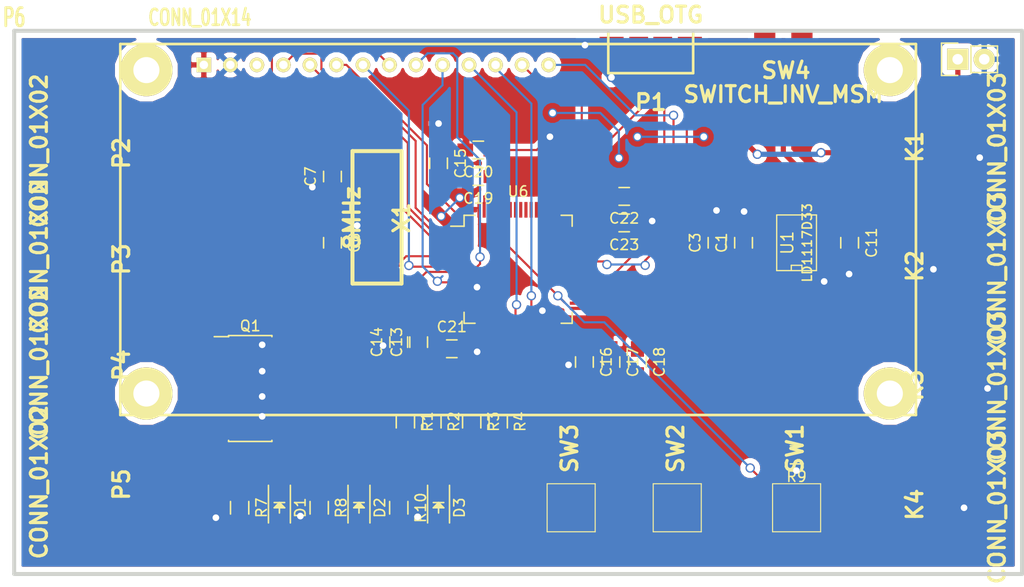
<source format=kicad_pcb>
(kicad_pcb (version 4) (host pcbnew 4.0.4-stable)
  (title_block (date "22 may 2012"))
  (layers (0 Front signal) (31 Back signal) (34 B.Paste user) (35 F.Paste user) (36 B.SilkS user) (37 F.SilkS user) (38 B.Mask user) (39 F.Mask user) (44 Edge.Cuts user))
  (net 0 "")
  (net 1 +5V)
  (net 2 +BATT)
  (net 3 GND)
  (net 4 +3V3)
  (net 5 "Net-(C7-Pad2)")
  (net 6 "Net-(C8-Pad2)")
  (net 7 "Net-(C11-Pad1)")
  (net 8 "Net-(C16-Pad1)")
  (net 9 "Net-(C23-Pad2)")
  (net 10 "Net-(D1-Pad1)")
  (net 11 "Net-(D2-Pad1)")
  (net 12 "Net-(D2-Pad2)")
  (net 13 "Net-(D3-Pad1)")
  (net 14 "Net-(D3-Pad2)")
  (net 15 "Net-(K1-Pad3)")
  (net 16 "Net-(K2-Pad3)")
  (net 17 "Net-(K3-Pad3)")
  (net 18 "Net-(K4-Pad3)")
  (net 19 "Net-(P1-Pad2)")
  (net 20 "Net-(P1-Pad3)")
  (net 21 "Net-(P2-Pad2)")
  (net 22 "Net-(P3-Pad2)")
  (net 23 "Net-(P4-Pad2)")
  (net 24 "Net-(P5-Pad2)")
  (net 25 "Net-(P6-Pad3)")
  (net 26 "Net-(P6-Pad4)")
  (net 27 "Net-(P6-Pad5)")
  (net 28 "Net-(P6-Pad6)")
  (net 29 "Net-(P6-Pad7)")
  (net 30 "Net-(P6-Pad8)")
  (net 31 "Net-(P6-Pad9)")
  (net 32 "Net-(P6-Pad10)")
  (net 33 "Net-(P6-Pad11)")
  (net 34 "Net-(P6-Pad12)")
  (net 35 "Net-(P6-Pad13)")
  (net 36 "Net-(P6-Pad14)")
  (net 37 "Net-(Q1-Pad15)")
  (net 38 "Net-(Q1-Pad13)")
  (net 39 "Net-(Q1-Pad11)")
  (net 40 "Net-(Q1-Pad9)")
  (net 41 "Net-(R1-Pad1)")
  (net 42 "Net-(R2-Pad1)")
  (net 43 "Net-(R3-Pad1)")
  (net 44 "Net-(R4-Pad1)")
  (net 45 "Net-(R9-Pad1)")
  (net 46 "Net-(SW2-Pad1)")
  (net 47 "Net-(SW3-Pad1)")
  (net 48 "Net-(U6-Pad7)")
  (net 49 "Net-(U6-Pad16)")
  (net 50 "Net-(U6-Pad17)")
  (net 51 "Net-(U6-Pad39)")
  (net 52 "Net-(U6-Pad40)")
  (net 53 "Net-(U6-Pad41)")
  (net 54 "Net-(U6-Pad43)")
  (net 55 "Net-(U6-Pad46)")
  (net 56 "Net-(U6-Pad49)")
  (net 57 "Net-(U6-Pad50)")
  (net 58 "Net-(U6-Pad52)")
  (net 59 "Net-(U6-Pad51)")
  (net 60 "Net-(U6-Pad53)")
  (net 61 "Net-(U6-Pad54)")
  (net 62 "Net-(U6-Pad55)")
  (net 63 "Net-(U6-Pad56)")
  (net 64 "Net-(U6-Pad57)")
  (net 65 "Net-(U6-Pad58)")
  (net 66 "Net-(U6-Pad59)")
  (net 67 "Net-(P1-Pad4)")
  (module LEDs:LED_1206 (layer Front) (at 76.2 66.04 270)
    (fp_text reference D3 (at 0 -2 270) (layer F.SilkS))
    (fp_text value green-LED)
    (pad 2 smd rect (at 1.41986 0 90) (size 1.59766 1.80086) (layers Front F.Paste F.Mask) (net 14 "Net-(D3-Pad2)"))
    (pad 1 smd rect (at -1.41986 0 90) (size 1.59766 1.80086) (layers Front F.Paste F.Mask) (net 13 "Net-(D3-Pad1)"))
  )
  (module LEDs:LED_1206 (layer Front) (at 60.96 66.04 270)
    (fp_text reference D1 (at 0 -2 270) (layer F.SilkS))
    (fp_text value POWER_LED)
    (pad 2 smd rect (at 1.41986 0 90) (size 1.59766 1.80086) (layers Front F.Paste F.Mask) (net 4 +3V3))
    (pad 1 smd rect (at -1.41986 0 90) (size 1.59766 1.80086) (layers Front F.Paste F.Mask) (net 10 "Net-(D1-Pad1)"))
  )
  (module LEDs:LED_1206 (layer Front) (at 68.58 66.04 270)
    (fp_text reference D2 (at 0 -2 270) (layer F.SilkS))
    (fp_text value Green-LED)
    (pad 2 smd rect (at 1.41986 0 90) (size 1.59766 1.80086) (layers Front F.Paste F.Mask) (net 12 "Net-(D2-Pad2)"))
    (pad 1 smd rect (at -1.41986 0 90) (size 1.59766 1.80086) (layers Front F.Paste F.Mask) (net 11 "Net-(D2-Pad1)"))
  )
  (module thunderbots-modules:connector_0_49_in_3pin (layer Front) (at 125.73 31.75 90)
    (fp_text reference K1 (at 0.3048 -3.9243 90) (layer F.SilkS) (effects (font (thickness 0.3048))))
    (fp_text value CONN_01X03 (at 0.0762 3.9624 90) (layer F.SilkS) (effects (font (thickness 0.3048))))
    (pad 2 smd rect (at 0 -0.65024 90) (size 0.8001 1.29794) (layers Front F.Paste F.Mask) (net 3 GND))
    (pad 3 smd rect (at 1.24968 -0.6477 90) (size 0.79756 1.29794) (layers Front F.Paste F.Mask) (net 15 "Net-(K1-Pad3)"))
    (pad 1 smd rect (at -1.24968 -0.6477 90) (size 0.79756 1.29794) (layers Front F.Paste F.Mask) (net 4 +3V3))
    (pad "" smd rect (at -3.79984 3.0988 90) (size 2.09804 2.99974) (layers Front F.Paste F.Mask))
    (pad "" smd rect (at 3.79984 3.0988 90) (size 2.09804 2.99974) (layers Front F.Paste F.Mask))
  )
  (module thunderbots-modules:connector_0_49_in_3pin (layer Front) (at 125.73 43.18 90)
    (fp_text reference K2 (at 0.3048 -3.9243 90) (layer F.SilkS) (effects (font (thickness 0.3048))))
    (fp_text value CONN_01X03 (at 0.0762 3.9624 90) (layer F.SilkS) (effects (font (thickness 0.3048))))
    (pad 2 smd rect (at 0 -0.65024 90) (size 0.8001 1.29794) (layers Front F.Paste F.Mask) (net 3 GND))
    (pad 3 smd rect (at 1.24968 -0.6477 90) (size 0.79756 1.29794) (layers Front F.Paste F.Mask) (net 16 "Net-(K2-Pad3)"))
    (pad 1 smd rect (at -1.24968 -0.6477 90) (size 0.79756 1.29794) (layers Front F.Paste F.Mask) (net 4 +3V3))
    (pad "" smd rect (at -3.79984 3.0988 90) (size 2.09804 2.99974) (layers Front F.Paste F.Mask))
    (pad "" smd rect (at 3.79984 3.0988 90) (size 2.09804 2.99974) (layers Front F.Paste F.Mask))
  )
  (module thunderbots-modules:connector_0_49_in_3pin (layer Front) (at 125.73 54.61 90)
    (fp_text reference K3 (at 0.3048 -3.9243 90) (layer F.SilkS) (effects (font (thickness 0.3048))))
    (fp_text value CONN_01X03 (at 0.0762 3.9624 90) (layer F.SilkS) (effects (font (thickness 0.3048))))
    (pad 2 smd rect (at 0 -0.65024 90) (size 0.8001 1.29794) (layers Front F.Paste F.Mask) (net 3 GND))
    (pad 3 smd rect (at 1.24968 -0.6477 90) (size 0.79756 1.29794) (layers Front F.Paste F.Mask) (net 17 "Net-(K3-Pad3)"))
    (pad 1 smd rect (at -1.24968 -0.6477 90) (size 0.79756 1.29794) (layers Front F.Paste F.Mask) (net 4 +3V3))
    (pad "" smd rect (at -3.79984 3.0988 90) (size 2.09804 2.99974) (layers Front F.Paste F.Mask))
    (pad "" smd rect (at 3.79984 3.0988 90) (size 2.09804 2.99974) (layers Front F.Paste F.Mask))
  )
  (module thunderbots-modules:connector_0_49_in_3pin (layer Front) (at 125.73 66.04 90)
    (fp_text reference K4 (at 0.3048 -3.9243 90) (layer F.SilkS) (effects (font (thickness 0.3048))))
    (fp_text value CONN_01X03 (at 0.0762 3.9624 90) (layer F.SilkS) (effects (font (thickness 0.3048))))
    (pad 2 smd rect (at 0 -0.65024 90) (size 0.8001 1.29794) (layers Front F.Paste F.Mask) (net 3 GND))
    (pad 3 smd rect (at 1.24968 -0.6477 90) (size 0.79756 1.29794) (layers Front F.Paste F.Mask) (net 18 "Net-(K4-Pad3)"))
    (pad 1 smd rect (at -1.24968 -0.6477 90) (size 0.79756 1.29794) (layers Front F.Paste F.Mask) (net 4 +3V3))
    (pad "" smd rect (at -3.79984 3.0988 90) (size 2.09804 2.99974) (layers Front F.Paste F.Mask))
    (pad "" smd rect (at 3.79984 3.0988 90) (size 2.09804 2.99974) (layers Front F.Paste F.Mask))
  )
  (module thunderbots-modules:connector_0_49_in_2pin (layer Front) (at 41.91 31.75 270)
    (fp_text reference P2 (at 0.3048 -3.9243 270) (layer F.SilkS) (effects (font (thickness 0.3048))))
    (fp_text value CONN_01X02 (at 0.0762 3.9624 270) (layer F.SilkS) (effects (font (thickness 0.3048))))
    (pad 2 smd rect (at 0.62484 -0.65024 270) (size 0.8001 1.29794) (layers Front F.Paste F.Mask) (net 21 "Net-(P2-Pad2)"))
    (pad 1 smd rect (at -0.62484 -0.6477 270) (size 0.79756 1.29794) (layers Front F.Paste F.Mask) (net 4 +3V3))
    (pad "" smd rect (at -3.175 3.0988 270) (size 2.09804 2.99974) (layers Front F.Paste F.Mask))
    (pad "" smd rect (at 3.175 3.0988 270) (size 2.09804 2.99974) (layers Front F.Paste F.Mask))
  )
  (module thunderbots-modules:connector_0_49_in_2pin (layer Front) (at 41.91 41.91 270)
    (fp_text reference P3 (at 0.3048 -3.9243 270) (layer F.SilkS) (effects (font (thickness 0.3048))))
    (fp_text value CONN_01X02 (at 0.0762 3.9624 270) (layer F.SilkS) (effects (font (thickness 0.3048))))
    (pad 2 smd rect (at 0.62484 -0.65024 270) (size 0.8001 1.29794) (layers Front F.Paste F.Mask) (net 22 "Net-(P3-Pad2)"))
    (pad 1 smd rect (at -0.62484 -0.6477 270) (size 0.79756 1.29794) (layers Front F.Paste F.Mask) (net 4 +3V3))
    (pad "" smd rect (at -3.175 3.0988 270) (size 2.09804 2.99974) (layers Front F.Paste F.Mask))
    (pad "" smd rect (at 3.175 3.0988 270) (size 2.09804 2.99974) (layers Front F.Paste F.Mask))
  )
  (module thunderbots-modules:connector_0_49_in_2pin (layer Front) (at 41.91 52.07 270)
    (fp_text reference P4 (at 0.3048 -3.9243 270) (layer F.SilkS) (effects (font (thickness 0.3048))))
    (fp_text value CONN_01X02 (at 0.0762 3.9624 270) (layer F.SilkS) (effects (font (thickness 0.3048))))
    (pad 2 smd rect (at 0.62484 -0.65024 270) (size 0.8001 1.29794) (layers Front F.Paste F.Mask) (net 23 "Net-(P4-Pad2)"))
    (pad 1 smd rect (at -0.62484 -0.6477 270) (size 0.79756 1.29794) (layers Front F.Paste F.Mask) (net 4 +3V3))
    (pad "" smd rect (at -3.175 3.0988 270) (size 2.09804 2.99974) (layers Front F.Paste F.Mask))
    (pad "" smd rect (at 3.175 3.0988 270) (size 2.09804 2.99974) (layers Front F.Paste F.Mask))
  )
  (module thunderbots-modules:connector_0_49_in_2pin (layer Front) (at 41.91 63.5 270)
    (fp_text reference P5 (at 0.3048 -3.9243 270) (layer F.SilkS) (effects (font (thickness 0.3048))))
    (fp_text value CONN_01X02 (at 0.0762 3.9624 270) (layer F.SilkS) (effects (font (thickness 0.3048))))
    (pad 2 smd rect (at 0.62484 -0.65024 270) (size 0.8001 1.29794) (layers Front F.Paste F.Mask) (net 24 "Net-(P5-Pad2)"))
    (pad 1 smd rect (at -0.62484 -0.6477 270) (size 0.79756 1.29794) (layers Front F.Paste F.Mask) (net 4 +3V3))
    (pad "" smd rect (at -3.175 3.0988 270) (size 2.09804 2.99974) (layers Front F.Paste F.Mask))
    (pad "" smd rect (at 3.175 3.0988 270) (size 2.09804 2.99974) (layers Front F.Paste F.Mask))
  )
  (module thunderbots-modules:SW_SMD_TAC (layer Front) (at 110.49 66.04 270)
    (fp_text reference SW1 (at -5.6896 0.1524 270) (layer F.SilkS) (effects (font (thickness 0.3048))))
    (fp_text value SW_PUSH hide)
    (pad 1 smd rect (at -1.84912 -2.19964 270) (size 0.59944 1.00076) (layers Front F.Paste F.Mask) (net 45 "Net-(R9-Pad1)"))
    (pad 1 smd rect (at -1.84912 2.19964 270) (size 0.59944 1.00076) (layers Front F.Paste F.Mask) (net 45 "Net-(R9-Pad1)"))
    (pad 2 smd rect (at 1.84912 -2.19964 270) (size 0.59944 1.00076) (layers Front F.Paste F.Mask) (net 4 +3V3))
    (pad 2 smd rect (at 1.84912 2.19964 270) (size 0.59944 1.00076) (layers Front F.Paste F.Mask) (net 4 +3V3))
    (pad "" smd rect (at -2.51968 0 270) (size 0.44958 1.00076) (layers Front F.Paste F.Mask))
    (pad "" smd rect (at 2.51968 0 270) (size 0.44958 1.00076) (layers Front F.Paste F.Mask))
  )
  (module thunderbots-modules:SW_SMD_TAC (layer Front) (at 99.06 66.04 270)
    (fp_text reference SW2 (at -5.6896 0.1524 270) (layer F.SilkS) (effects (font (thickness 0.3048))))
    (fp_text value SW_PUSH hide)
    (pad 1 smd rect (at -1.84912 -2.19964 270) (size 0.59944 1.00076) (layers Front F.Paste F.Mask) (net 46 "Net-(SW2-Pad1)"))
    (pad 1 smd rect (at -1.84912 2.19964 270) (size 0.59944 1.00076) (layers Front F.Paste F.Mask) (net 46 "Net-(SW2-Pad1)"))
    (pad 2 smd rect (at 1.84912 -2.19964 270) (size 0.59944 1.00076) (layers Front F.Paste F.Mask) (net 4 +3V3))
    (pad 2 smd rect (at 1.84912 2.19964 270) (size 0.59944 1.00076) (layers Front F.Paste F.Mask) (net 4 +3V3))
    (pad "" smd rect (at -2.51968 0 270) (size 0.44958 1.00076) (layers Front F.Paste F.Mask))
    (pad "" smd rect (at 2.51968 0 270) (size 0.44958 1.00076) (layers Front F.Paste F.Mask))
  )
  (module thunderbots-modules:SW_SMD_TAC (layer Front) (at 88.9 66.04 270)
    (fp_text reference SW3 (at -5.6896 0.1524 270) (layer F.SilkS) (effects (font (thickness 0.3048))))
    (fp_text value SW_PUSH hide)
    (pad 1 smd rect (at -1.84912 -2.19964 270) (size 0.59944 1.00076) (layers Front F.Paste F.Mask) (net 47 "Net-(SW3-Pad1)"))
    (pad 1 smd rect (at -1.84912 2.19964 270) (size 0.59944 1.00076) (layers Front F.Paste F.Mask) (net 47 "Net-(SW3-Pad1)"))
    (pad 2 smd rect (at 1.84912 -2.19964 270) (size 0.59944 1.00076) (layers Front F.Paste F.Mask) (net 4 +3V3))
    (pad 2 smd rect (at 1.84912 2.19964 270) (size 0.59944 1.00076) (layers Front F.Paste F.Mask) (net 4 +3V3))
    (pad "" smd rect (at -2.51968 0 270) (size 0.44958 1.00076) (layers Front F.Paste F.Mask))
    (pad "" smd rect (at 2.51968 0 270) (size 0.44958 1.00076) (layers Front F.Paste F.Mask))
  )
  (module thunderbots-modules:SW_ROCKER_SP3T (layer Front) (at 109.22 20.32)
    (fp_text reference SW4 (at 0.254 3.81) (layer F.SilkS) (effects (font (thickness 0.3048))))
    (fp_text value SWITCH_INV_MSM (at 0 6.096) (layer F.SilkS) (effects (font (thickness 0.3048))))
    (pad 1 smd rect (at -3.68554 8.636) (size 3.81 2.02946) (layers Front F.Paste F.Mask) (net 2 +BATT))
    (pad 3 smd rect (at 3.68554 8.636) (size 3.81 2.02946) (layers Front F.Paste F.Mask) (net 1 +5V))
    (pad 2 smd rect (at 0 8.636) (size 1.02108 2.02946) (layers Front F.Paste F.Mask) (net 7 "Net-(C11-Pad1)"))
    (pad "" smd rect (at -1.78054 1.016) (size 2.02946 2.02946) (layers Front F.Paste F.Mask))
    (pad "" smd rect (at 1.78054 1.016) (size 2.02946 2.02946) (layers Front F.Paste F.Mask))
  )
  (module thunderbots-modules:SO8E (layer Front) (at 110.49 40.64 90)
    (fp_text reference U1 (at 0 -0.889 90) (layer F.SilkS) (effects (font (size 1.143 1.143) (thickness 0.1524))))
    (fp_text value LD1117D33 (at 0 1.016 90) (layer F.SilkS) (effects (font (size 0.889 0.889) (thickness 0.1524))))
    (pad 8 smd rect (at -1.905 -2.921 90) (size 0.8001 2.19964) (layers Front F.Paste F.Mask))
    (pad 1 smd rect (at -1.905 2.921 90) (size 0.8001 2.19964) (layers Front F.Paste F.Mask) (net 3 GND))
    (pad 7 smd rect (at -0.635 -2.921 90) (size 0.8001 2.19964) (layers Front F.Paste F.Mask) (net 4 +3V3))
    (pad 6 smd rect (at 0.635 -2.921 90) (size 0.8001 2.19964) (layers Front F.Paste F.Mask) (net 4 +3V3))
    (pad 5 smd rect (at 1.905 -2.921 90) (size 0.8001 2.19964) (layers Front F.Paste F.Mask))
    (pad 2 smd rect (at -0.635 2.921 90) (size 0.8001 2.19964) (layers Front F.Paste F.Mask) (net 4 +3V3))
    (pad 3 smd rect (at 0.635 2.921 90) (size 0.8001 2.19964) (layers Front F.Paste F.Mask) (net 4 +3V3))
    (pad 4 smd rect (at 1.905 2.921 90) (size 0.8001 2.19964) (layers Front F.Paste F.Mask) (net 7 "Net-(C11-Pad1)"))
  )
  (module thunderbots-modules:LCD_screen (layer Front) (at 45.72 21.59)
    (fp_text reference P6 (at -10.16 -2.54) (layer F.SilkS) (effects (font (size 1.72974 1.08712) (thickness 0.27178))))
    (fp_text value CONN_01X14 (at 7.62 -2.54) (layer F.SilkS) (effects (font (size 1.524 1.016) (thickness 0.254))))
    (pad 1 thru_hole rect (at 8.001 1.99898) (size 1.397 1.397) (drill 0.8128) (layers *.Cu *.Mask F.SilkS) (net 4 +3V3))
    (pad 2 thru_hole circle (at 10.541 1.99898) (size 1.397 1.397) (drill 0.8128) (layers *.Cu *.Mask F.SilkS) (net 3 GND))
    (pad 3 thru_hole circle (at 13.081 1.99898) (size 1.397 1.397) (drill 0.8128) (layers *.Cu *.Mask F.SilkS) (net 25 "Net-(P6-Pad3)"))
    (pad 4 thru_hole circle (at 15.621 1.99898) (size 1.397 1.397) (drill 0.8128) (layers *.Cu *.Mask F.SilkS) (net 26 "Net-(P6-Pad4)"))
    (pad 5 thru_hole circle (at 18.161 1.99898) (size 1.397 1.397) (drill 0.8128) (layers *.Cu *.Mask F.SilkS) (net 27 "Net-(P6-Pad5)"))
    (pad 6 thru_hole circle (at 20.701 1.99898) (size 1.397 1.397) (drill 0.8128) (layers *.Cu *.Mask F.SilkS) (net 28 "Net-(P6-Pad6)"))
    (pad 7 thru_hole circle (at 23.241 1.99898) (size 1.397 1.397) (drill 0.8128) (layers *.Cu *.Mask F.SilkS) (net 29 "Net-(P6-Pad7)"))
    (pad 8 thru_hole circle (at 25.781 1.99898) (size 1.397 1.397) (drill 0.8128) (layers *.Cu *.Mask F.SilkS) (net 30 "Net-(P6-Pad8)"))
    (pad 9 thru_hole circle (at 28.321 1.99898) (size 1.397 1.397) (drill 0.8128) (layers *.Cu *.Mask F.SilkS) (net 31 "Net-(P6-Pad9)"))
    (pad 10 thru_hole circle (at 30.861 1.99898) (size 1.397 1.397) (drill 0.8128) (layers *.Cu *.Mask F.SilkS) (net 32 "Net-(P6-Pad10)"))
    (pad 11 thru_hole circle (at 33.401 1.99898) (size 1.397 1.397) (drill 0.8128) (layers *.Cu *.Mask F.SilkS) (net 33 "Net-(P6-Pad11)"))
    (pad 12 thru_hole circle (at 35.941 1.99898) (size 1.397 1.397) (drill 0.8128) (layers *.Cu *.Mask F.SilkS) (net 34 "Net-(P6-Pad12)"))
    (pad 13 thru_hole circle (at 38.481 1.99898) (size 1.397 1.397) (drill 0.8128) (layers *.Cu *.Mask F.SilkS) (net 35 "Net-(P6-Pad13)"))
    (pad 14 thru_hole circle (at 41.021 1.99898) (size 1.397 1.397) (drill 0.8128) (layers *.Cu *.Mask F.SilkS) (net 36 "Net-(P6-Pad14)"))
    (pad "" thru_hole circle (at 2.49936 2.49936) (size 5.00126 5.00126) (drill 2.49936) (layers *.Cu *.Mask F.SilkS))
    (pad "" thru_hole circle (at 2.49936 33.50006) (size 5.00126 5.00126) (drill 2.49936) (layers *.Cu *.Mask F.SilkS))
    (pad "" thru_hole circle (at 73.70064 2.49936) (size 5.00126 5.00126) (drill 2.49936) (layers *.Cu *.Mask F.SilkS))
    (pad "" thru_hole circle (at 73.70064 33.50006) (size 5.00126 5.00126) (drill 2.49936) (layers *.Cu *.Mask F.SilkS))
  )
  (module thunderbots-modules:HC49US (layer Front) (at 70.3072 38.2016 270)
    (fp_text reference X1 (at 0.0508 -2.3495 270) (layer F.SilkS) (effects (font (thickness 0.3048))))
    (fp_text value 8MHz (at 0.0508 2.4003 270) (layer F.SilkS) (effects (font (thickness 0.3048))))
    (pad 1 smd rect (at -4.75234 0 270) (size 5.6007 2.10058) (layers Front F.Paste F.Mask) (net 5 "Net-(C7-Pad2)"))
    (pad 2 smd rect (at 4.74726 0 270) (size 5.6007 2.10058) (layers Front F.Paste F.Mask) (net 6 "Net-(C8-Pad2)"))
  )
  (module Pin_Headers:Pin_Header_Straight_1x02 (layer Front) (at 125.9205 23.0505 90)
    (fp_text reference P7 (at 0 -5.1 90) (layer F.SilkS))
    (fp_text value CONN_01X02)
    (pad 1 thru_hole rect (at 0 0 90) (size 2.032 2.032) (drill 1.016) (layers *.Cu *.Mask F.SilkS) (net 2 +BATT))
    (pad 2 thru_hole oval (at 0 2.54 90) (size 2.032 2.032) (drill 1.016) (layers *.Cu *.Mask F.SilkS) (net 3 GND))
  )
  (module Housings_SOIC:SOIC-16_3.9x9.9mm_Pitch1.27mm (layer Front) (at 58.166 54.61)
    (fp_text reference Q1 (at 0 -6) (layer F.SilkS))
    (fp_text value MMPQ3904)
    (pad 1 smd rect (at -2.7 -4.445) (size 1.5 0.6) (layers Front F.Paste F.Mask) (net 21 "Net-(P2-Pad2)"))
    (pad 2 smd rect (at -2.7 -3.175) (size 1.5 0.6) (layers Front F.Paste F.Mask) (net 21 "Net-(P2-Pad2)"))
    (pad 3 smd rect (at -2.7 -1.905) (size 1.5 0.6) (layers Front F.Paste F.Mask) (net 22 "Net-(P3-Pad2)"))
    (pad 4 smd rect (at -2.7 -0.635) (size 1.5 0.6) (layers Front F.Paste F.Mask) (net 22 "Net-(P3-Pad2)"))
    (pad 5 smd rect (at -2.7 0.635) (size 1.5 0.6) (layers Front F.Paste F.Mask) (net 23 "Net-(P4-Pad2)"))
    (pad 6 smd rect (at -2.7 1.905) (size 1.5 0.6) (layers Front F.Paste F.Mask) (net 23 "Net-(P4-Pad2)"))
    (pad 7 smd rect (at -2.7 3.175) (size 1.5 0.6) (layers Front F.Paste F.Mask) (net 24 "Net-(P5-Pad2)"))
    (pad 8 smd rect (at -2.7 4.445) (size 1.5 0.6) (layers Front F.Paste F.Mask) (net 24 "Net-(P5-Pad2)"))
    (pad 9 smd rect (at 2.7 4.445) (size 1.5 0.6) (layers Front F.Paste F.Mask) (net 40 "Net-(Q1-Pad9)"))
    (pad 10 smd rect (at 2.7 3.175) (size 1.5 0.6) (layers Front F.Paste F.Mask) (net 3 GND))
    (pad 11 smd rect (at 2.7 1.905) (size 1.5 0.6) (layers Front F.Paste F.Mask) (net 39 "Net-(Q1-Pad11)"))
    (pad 12 smd rect (at 2.7 0.635) (size 1.5 0.6) (layers Front F.Paste F.Mask) (net 3 GND))
    (pad 13 smd rect (at 2.7 -0.635) (size 1.5 0.6) (layers Front F.Paste F.Mask) (net 38 "Net-(Q1-Pad13)"))
    (pad 14 smd rect (at 2.7 -1.905) (size 1.5 0.6) (layers Front F.Paste F.Mask) (net 3 GND))
    (pad 15 smd rect (at 2.7 -3.175) (size 1.5 0.6) (layers Front F.Paste F.Mask) (net 37 "Net-(Q1-Pad15)"))
    (pad 16 smd rect (at 2.7 -4.445) (size 1.5 0.6) (layers Front F.Paste F.Mask) (net 3 GND))
  )
  (module thunderbots-modules:USB_MICRO_B_SPEED_SENSOR (layer Front) (at 96.52 25.4 180)
    (fp_text reference P1 (at 0 -1.778 180) (layer F.SilkS) (effects (font (thickness 0.3048))))
    (fp_text value USB_OTG (at 0 6.604 180) (layer F.SilkS) (effects (font (thickness 0.3048))))
    (pad 1 smd rect (at -2.60096 0.70104 180) (size 0.39878 1.39954) (layers Front F.Paste F.Mask) (net 1 +5V))
    (pad 2 smd rect (at -1.30048 0.70104 180) (size 0.39878 1.39954) (layers Front F.Paste F.Mask) (net 19 "Net-(P1-Pad2)"))
    (pad 3 smd rect (at 0 0.70104 180) (size 0.39878 1.39954) (layers Front F.Paste F.Mask) (net 20 "Net-(P1-Pad3)"))
    (pad 4 smd rect (at 1.30048 0.70104 180) (size 0.39878 1.39954) (layers Front F.Paste F.Mask) (net 67 "Net-(P1-Pad4)"))
    (pad 5 smd rect (at 2.60096 0.70104 180) (size 0.39878 1.39954) (layers Front F.Paste F.Mask) (net 3 GND))
    (pad 6 smd rect (at -3.74904 3.55092 180) (size 2.30124 1.89992) (layers Front F.Paste F.Mask) (net 3 GND))
    (pad 6 smd rect (at 3.74904 3.55092 180) (size 2.30124 1.89992) (layers Front F.Paste F.Mask) (net 3 GND))
    (pad 6 smd rect (at 1.15062 3.55092 180) (size 1.80086 1.89992) (layers Front F.Paste F.Mask) (net 3 GND))
    (pad 6 smd rect (at -1.15062 3.55092 180) (size 1.80086 1.89992) (layers Front F.Paste F.Mask) (net 3 GND))
  )
  (module Housings_QFP:TQFP-64_10x10mm_Pitch0.5mm (layer Front) (at 83.82 43.18)
    (fp_text reference U6 (at 0 -7.45) (layer F.SilkS))
    (fp_text value STM32F405RXT)
    (pad 1 smd rect (at -5.7 -3.75) (size 1.5 0.3) (layers Front F.Paste F.Mask) (net 4 +3V3))
    (pad 2 smd rect (at -5.7 -3.25) (size 1.5 0.3) (layers Front F.Paste F.Mask) (net 26 "Net-(P6-Pad4)"))
    (pad 3 smd rect (at -5.7 -2.75) (size 1.5 0.3) (layers Front F.Paste F.Mask) (net 27 "Net-(P6-Pad5)"))
    (pad 4 smd rect (at -5.7 -2.25) (size 1.5 0.3) (layers Front F.Paste F.Mask) (net 28 "Net-(P6-Pad6)"))
    (pad 5 smd rect (at -5.7 -1.75) (size 1.5 0.3) (layers Front F.Paste F.Mask) (net 5 "Net-(C7-Pad2)"))
    (pad 6 smd rect (at -5.7 -1.25) (size 1.5 0.3) (layers Front F.Paste F.Mask) (net 6 "Net-(C8-Pad2)"))
    (pad 7 smd rect (at -5.7 -0.75) (size 1.5 0.3) (layers Front F.Paste F.Mask) (net 48 "Net-(U6-Pad7)"))
    (pad 8 smd rect (at -5.7 -0.25) (size 1.5 0.3) (layers Front F.Paste F.Mask) (net 29 "Net-(P6-Pad7)"))
    (pad 9 smd rect (at -5.7 0.25) (size 1.5 0.3) (layers Front F.Paste F.Mask) (net 30 "Net-(P6-Pad8)"))
    (pad 10 smd rect (at -5.7 0.75) (size 1.5 0.3) (layers Front F.Paste F.Mask) (net 31 "Net-(P6-Pad9)"))
    (pad 11 smd rect (at -5.7 1.25) (size 1.5 0.3) (layers Front F.Paste F.Mask) (net 32 "Net-(P6-Pad10)"))
    (pad 12 smd rect (at -5.7 1.75) (size 1.5 0.3) (layers Front F.Paste F.Mask) (net 3 GND))
    (pad 13 smd rect (at -5.7 2.25) (size 1.5 0.3) (layers Front F.Paste F.Mask) (net 4 +3V3))
    (pad 14 smd rect (at -5.7 2.75) (size 1.5 0.3) (layers Front F.Paste F.Mask) (net 4 +3V3))
    (pad 15 smd rect (at -5.7 3.25) (size 1.5 0.3) (layers Front F.Paste F.Mask) (net 4 +3V3))
    (pad 16 smd rect (at -5.7 3.75) (size 1.5 0.3) (layers Front F.Paste F.Mask) (net 49 "Net-(U6-Pad16)"))
    (pad 17 smd rect (at -3.75 5.7 90) (size 1.5 0.3) (layers Front F.Paste F.Mask) (net 50 "Net-(U6-Pad17)"))
    (pad 18 smd rect (at -3.25 5.7 90) (size 1.5 0.3) (layers Front F.Paste F.Mask) (net 3 GND))
    (pad 19 smd rect (at -2.75 5.7 90) (size 1.5 0.3) (layers Front F.Paste F.Mask) (net 4 +3V3))
    (pad 20 smd rect (at -2.25 5.7 90) (size 1.5 0.3) (layers Front F.Paste F.Mask) (net 41 "Net-(R1-Pad1)"))
    (pad 21 smd rect (at -1.75 5.7 90) (size 1.5 0.3) (layers Front F.Paste F.Mask) (net 42 "Net-(R2-Pad1)"))
    (pad 22 smd rect (at -1.25 5.7 90) (size 1.5 0.3) (layers Front F.Paste F.Mask) (net 43 "Net-(R3-Pad1)"))
    (pad 23 smd rect (at -0.75 5.7 90) (size 1.5 0.3) (layers Front F.Paste F.Mask) (net 44 "Net-(R4-Pad1)"))
    (pad 24 smd rect (at -0.25 5.7 90) (size 1.5 0.3) (layers Front F.Paste F.Mask) (net 33 "Net-(P6-Pad11)"))
    (pad 25 smd rect (at 0.25 5.7 90) (size 1.5 0.3) (layers Front F.Paste F.Mask) (net 34 "Net-(P6-Pad12)"))
    (pad 26 smd rect (at 0.75 5.7 90) (size 1.5 0.3) (layers Front F.Paste F.Mask) (net 12 "Net-(D2-Pad2)"))
    (pad 27 smd rect (at 1.25 5.7 90) (size 1.5 0.3) (layers Front F.Paste F.Mask) (net 14 "Net-(D3-Pad2)"))
    (pad 28 smd rect (at 1.75 5.7 90) (size 1.5 0.3) (layers Front F.Paste F.Mask) (net 3 GND))
    (pad 29 smd rect (at 2.25 5.7 90) (size 1.5 0.3) (layers Front F.Paste F.Mask) (net 47 "Net-(SW3-Pad1)"))
    (pad 30 smd rect (at 2.75 5.7 90) (size 1.5 0.3) (layers Front F.Paste F.Mask) (net 46 "Net-(SW2-Pad1)"))
    (pad 31 smd rect (at 3.25 5.7 90) (size 1.5 0.3) (layers Front F.Paste F.Mask) (net 8 "Net-(C16-Pad1)"))
    (pad 32 smd rect (at 3.75 5.7 90) (size 1.5 0.3) (layers Front F.Paste F.Mask) (net 4 +3V3))
    (pad 33 smd rect (at 5.7 3.75) (size 1.5 0.3) (layers Front F.Paste F.Mask) (net 18 "Net-(K4-Pad3)"))
    (pad 34 smd rect (at 5.7 3.25) (size 1.5 0.3) (layers Front F.Paste F.Mask) (net 17 "Net-(K3-Pad3)"))
    (pad 35 smd rect (at 5.7 2.75) (size 1.5 0.3) (layers Front F.Paste F.Mask) (net 16 "Net-(K2-Pad3)"))
    (pad 36 smd rect (at 5.7 2.25) (size 1.5 0.3) (layers Front F.Paste F.Mask) (net 15 "Net-(K1-Pad3)"))
    (pad 37 smd rect (at 5.7 1.75) (size 1.5 0.3) (layers Front F.Paste F.Mask) (net 35 "Net-(P6-Pad13)"))
    (pad 38 smd rect (at 5.7 1.25) (size 1.5 0.3) (layers Front F.Paste F.Mask) (net 36 "Net-(P6-Pad14)"))
    (pad 39 smd rect (at 5.7 0.75) (size 1.5 0.3) (layers Front F.Paste F.Mask) (net 51 "Net-(U6-Pad39)"))
    (pad 40 smd rect (at 5.7 0.25) (size 1.5 0.3) (layers Front F.Paste F.Mask) (net 52 "Net-(U6-Pad40)"))
    (pad 41 smd rect (at 5.7 -0.25) (size 1.5 0.3) (layers Front F.Paste F.Mask) (net 53 "Net-(U6-Pad41)"))
    (pad 42 smd rect (at 5.7 -0.75) (size 1.5 0.3) (layers Front F.Paste F.Mask) (net 1 +5V))
    (pad 43 smd rect (at 5.7 -1.25) (size 1.5 0.3) (layers Front F.Paste F.Mask) (net 54 "Net-(U6-Pad43)"))
    (pad 44 smd rect (at 5.7 -1.75) (size 1.5 0.3) (layers Front F.Paste F.Mask) (net 19 "Net-(P1-Pad2)"))
    (pad 45 smd rect (at 5.7 -2.25) (size 1.5 0.3) (layers Front F.Paste F.Mask) (net 20 "Net-(P1-Pad3)"))
    (pad 46 smd rect (at 5.7 -2.75) (size 1.5 0.3) (layers Front F.Paste F.Mask) (net 55 "Net-(U6-Pad46)"))
    (pad 47 smd rect (at 5.7 -3.25) (size 1.5 0.3) (layers Front F.Paste F.Mask) (net 9 "Net-(C23-Pad2)"))
    (pad 48 smd rect (at 5.7 -3.75) (size 1.5 0.3) (layers Front F.Paste F.Mask) (net 4 +3V3))
    (pad 49 smd rect (at 3.75 -5.7 90) (size 1.5 0.3) (layers Front F.Paste F.Mask) (net 56 "Net-(U6-Pad49)"))
    (pad 50 smd rect (at 3.25 -5.7 90) (size 1.5 0.3) (layers Front F.Paste F.Mask) (net 57 "Net-(U6-Pad50)"))
    (pad 51 smd rect (at 2.75 -5.7 90) (size 1.5 0.3) (layers Front F.Paste F.Mask) (net 59 "Net-(U6-Pad51)"))
    (pad 52 smd rect (at 2.25 -5.7 90) (size 1.5 0.3) (layers Front F.Paste F.Mask) (net 58 "Net-(U6-Pad52)"))
    (pad 53 smd rect (at 1.75 -5.7 90) (size 1.5 0.3) (layers Front F.Paste F.Mask) (net 60 "Net-(U6-Pad53)"))
    (pad 54 smd rect (at 1.25 -5.7 90) (size 1.5 0.3) (layers Front F.Paste F.Mask) (net 61 "Net-(U6-Pad54)"))
    (pad 55 smd rect (at 0.75 -5.7 90) (size 1.5 0.3) (layers Front F.Paste F.Mask) (net 62 "Net-(U6-Pad55)"))
    (pad 56 smd rect (at 0.25 -5.7 90) (size 1.5 0.3) (layers Front F.Paste F.Mask) (net 63 "Net-(U6-Pad56)"))
    (pad 57 smd rect (at -0.25 -5.7 90) (size 1.5 0.3) (layers Front F.Paste F.Mask) (net 64 "Net-(U6-Pad57)"))
    (pad 58 smd rect (at -0.75 -5.7 90) (size 1.5 0.3) (layers Front F.Paste F.Mask) (net 65 "Net-(U6-Pad58)"))
    (pad 59 smd rect (at -1.25 -5.7 90) (size 1.5 0.3) (layers Front F.Paste F.Mask) (net 66 "Net-(U6-Pad59)"))
    (pad 60 smd rect (at -1.75 -5.7 90) (size 1.5 0.3) (layers Front F.Paste F.Mask) (net 45 "Net-(R9-Pad1)"))
    (pad 61 smd rect (at -2.25 -5.7 90) (size 1.5 0.3) (layers Front F.Paste F.Mask) (net 3 GND))
    (pad 62 smd rect (at -2.75 -5.7 90) (size 1.5 0.3) (layers Front F.Paste F.Mask) (net 3 GND))
    (pad 63 smd rect (at -3.25 -5.7 90) (size 1.5 0.3) (layers Front F.Paste F.Mask) (net 3 GND))
    (pad 64 smd rect (at -3.75 -5.7 90) (size 1.5 0.3) (layers Front F.Paste F.Mask) (net 4 +3V3))
  )
  (module Capacitors_SMD:C_0805_HandSoldering (layer Front) (at 105.41 40.64 90)
    (fp_text reference C1 (at 0 -2.1 90) (layer F.SilkS))
    (fp_text value 2.2uF)
    (pad 1 smd rect (at -1.25 0 90) (size 1.5 1.25) (layers Front F.Paste F.Mask) (net 4 +3V3))
    (pad 2 smd rect (at 1.25 0 90) (size 1.5 1.25) (layers Front F.Paste F.Mask) (net 3 GND))
  )
  (module Capacitors_SMD:C_0805_HandSoldering (layer Front) (at 102.87 40.64 90)
    (fp_text reference C3 (at 0 -2.1 90) (layer F.SilkS))
    (fp_text value 100nF)
    (pad 1 smd rect (at -1.25 0 90) (size 1.5 1.25) (layers Front F.Paste F.Mask) (net 4 +3V3))
    (pad 2 smd rect (at 1.25 0 90) (size 1.5 1.25) (layers Front F.Paste F.Mask) (net 3 GND))
  )
  (module Capacitors_SMD:C_0805_HandSoldering (layer Front) (at 66.04 34.29 90)
    (fp_text reference C7 (at 0 -2.1 90) (layer F.SilkS))
    (fp_text value 15pF)
    (pad 1 smd rect (at -1.25 0 90) (size 1.5 1.25) (layers Front F.Paste F.Mask) (net 3 GND))
    (pad 2 smd rect (at 1.25 0 90) (size 1.5 1.25) (layers Front F.Paste F.Mask) (net 5 "Net-(C7-Pad2)"))
  )
  (module Capacitors_SMD:C_0805_HandSoldering (layer Front) (at 66.04 40.64 270)
    (fp_text reference C8 (at 0 -2.1 270) (layer F.SilkS))
    (fp_text value 15pF)
    (pad 1 smd rect (at -1.25 0 270) (size 1.5 1.25) (layers Front F.Paste F.Mask) (net 3 GND))
    (pad 2 smd rect (at 1.25 0 270) (size 1.5 1.25) (layers Front F.Paste F.Mask) (net 6 "Net-(C8-Pad2)"))
  )
  (module Capacitors_SMD:C_0805_HandSoldering (layer Front) (at 115.57 40.64 270)
    (fp_text reference C11 (at 0 -2.1 270) (layer F.SilkS))
    (fp_text value 1uF)
    (pad 1 smd rect (at -1.25 0 270) (size 1.5 1.25) (layers Front F.Paste F.Mask) (net 7 "Net-(C11-Pad1)"))
    (pad 2 smd rect (at 1.25 0 270) (size 1.5 1.25) (layers Front F.Paste F.Mask) (net 3 GND))
  )
  (module Capacitors_SMD:C_0805_HandSoldering (layer Front) (at 74.295 50.165 90)
    (fp_text reference C13 (at 0 -2.1 90) (layer F.SilkS))
    (fp_text value 1uF)
    (pad 1 smd rect (at -1.25 0 90) (size 1.5 1.25) (layers Front F.Paste F.Mask) (net 3 GND))
    (pad 2 smd rect (at 1.25 0 90) (size 1.5 1.25) (layers Front F.Paste F.Mask) (net 4 +3V3))
  )
  (module Capacitors_SMD:C_0805_HandSoldering (layer Front) (at 72.39 50.165 90)
    (fp_text reference C14 (at 0 -2.1 90) (layer F.SilkS))
    (fp_text value 10nF)
    (pad 1 smd rect (at -1.25 0 90) (size 1.5 1.25) (layers Front F.Paste F.Mask) (net 3 GND))
    (pad 2 smd rect (at 1.25 0 90) (size 1.5 1.25) (layers Front F.Paste F.Mask) (net 4 +3V3))
  )
  (module Capacitors_SMD:C_0805_HandSoldering (layer Front) (at 76.2 33.02 270)
    (fp_text reference C15 (at 0 -2.1 270) (layer F.SilkS))
    (fp_text value 100nF)
    (pad 1 smd rect (at -1.25 0 270) (size 1.5 1.25) (layers Front F.Paste F.Mask) (net 3 GND))
    (pad 2 smd rect (at 1.25 0 270) (size 1.5 1.25) (layers Front F.Paste F.Mask) (net 4 +3V3))
  )
  (module Capacitors_SMD:C_0805_HandSoldering (layer Front) (at 90.17 52.07 270)
    (fp_text reference C16 (at 0 -2.1 270) (layer F.SilkS))
    (fp_text value 2.2uF)
    (pad 1 smd rect (at -1.25 0 270) (size 1.5 1.25) (layers Front F.Paste F.Mask) (net 8 "Net-(C16-Pad1)"))
    (pad 2 smd rect (at 1.25 0 270) (size 1.5 1.25) (layers Front F.Paste F.Mask) (net 3 GND))
  )
  (module Capacitors_SMD:C_0805_HandSoldering (layer Front) (at 92.71 52.07 270)
    (fp_text reference C17 (at 0 -2.1 270) (layer F.SilkS))
    (fp_text value 100nF)
    (pad 1 smd rect (at -1.25 0 270) (size 1.5 1.25) (layers Front F.Paste F.Mask) (net 4 +3V3))
    (pad 2 smd rect (at 1.25 0 270) (size 1.5 1.25) (layers Front F.Paste F.Mask) (net 3 GND))
  )
  (module Capacitors_SMD:C_0805_HandSoldering (layer Front) (at 95.25 52.07 270)
    (fp_text reference C18 (at 0 -2.1 270) (layer F.SilkS))
    (fp_text value 4.7uF)
    (pad 1 smd rect (at -1.25 0 270) (size 1.5 1.25) (layers Front F.Paste F.Mask) (net 4 +3V3))
    (pad 2 smd rect (at 1.25 0 270) (size 1.5 1.25) (layers Front F.Paste F.Mask) (net 3 GND))
  )
  (module Capacitors_SMD:C_0805_HandSoldering (layer Front) (at 80.01 34.29 180)
    (fp_text reference C19 (at 0 -2.1 180) (layer F.SilkS))
    (fp_text value 4.7uF)
    (pad 1 smd rect (at -1.25 0 180) (size 1.5 1.25) (layers Front F.Paste F.Mask) (net 3 GND))
    (pad 2 smd rect (at 1.25 0 180) (size 1.5 1.25) (layers Front F.Paste F.Mask) (net 4 +3V3))
  )
  (module Capacitors_SMD:C_0805_HandSoldering (layer Front) (at 80.01 31.75 180)
    (fp_text reference C20 (at 0 -2.1 180) (layer F.SilkS))
    (fp_text value 100nF)
    (pad 1 smd rect (at -1.25 0 180) (size 1.5 1.25) (layers Front F.Paste F.Mask) (net 3 GND))
    (pad 2 smd rect (at 1.25 0 180) (size 1.5 1.25) (layers Front F.Paste F.Mask) (net 4 +3V3))
  )
  (module Capacitors_SMD:C_0805_HandSoldering (layer Front) (at 77.47 50.8)
    (fp_text reference C21 (at 0 -2.1) (layer F.SilkS))
    (fp_text value 100nF)
    (pad 1 smd rect (at -1.25 0) (size 1.5 1.25) (layers Front F.Paste F.Mask) (net 4 +3V3))
    (pad 2 smd rect (at 1.25 0) (size 1.5 1.25) (layers Front F.Paste F.Mask) (net 3 GND))
  )
  (module Capacitors_SMD:C_0805_HandSoldering (layer Front) (at 93.98 36.195 180)
    (fp_text reference C22 (at 0 -2.1 180) (layer F.SilkS))
    (fp_text value 100nF)
    (pad 1 smd rect (at -1.25 0 180) (size 1.5 1.25) (layers Front F.Paste F.Mask) (net 3 GND))
    (pad 2 smd rect (at 1.25 0 180) (size 1.5 1.25) (layers Front F.Paste F.Mask) (net 4 +3V3))
  )
  (module Capacitors_SMD:C_0805_HandSoldering (layer Front) (at 93.98 38.735 180)
    (fp_text reference C23 (at 0 -2.1 180) (layer F.SilkS))
    (fp_text value 2.2uF)
    (pad 1 smd rect (at -1.25 0 180) (size 1.5 1.25) (layers Front F.Paste F.Mask) (net 3 GND))
    (pad 2 smd rect (at 1.25 0 180) (size 1.5 1.25) (layers Front F.Paste F.Mask) (net 9 "Net-(C23-Pad2)"))
  )
  (module Resistors_SMD:R_0805_HandSoldering (layer Front) (at 73.025 57.785 270)
    (fp_text reference R1 (at 0 -2.1 270) (layer F.SilkS))
    (fp_text value R)
    (pad 1 smd rect (at -1.35 0 270) (size 1.5 1.3) (layers Front F.Paste F.Mask) (net 41 "Net-(R1-Pad1)"))
    (pad 2 smd rect (at 1.35 0 270) (size 1.5 1.3) (layers Front F.Paste F.Mask) (net 37 "Net-(Q1-Pad15)"))
  )
  (module Resistors_SMD:R_0805_HandSoldering (layer Front) (at 75.565 57.785 270)
    (fp_text reference R2 (at 0 -2.1 270) (layer F.SilkS))
    (fp_text value R)
    (pad 1 smd rect (at -1.35 0 270) (size 1.5 1.3) (layers Front F.Paste F.Mask) (net 42 "Net-(R2-Pad1)"))
    (pad 2 smd rect (at 1.35 0 270) (size 1.5 1.3) (layers Front F.Paste F.Mask) (net 38 "Net-(Q1-Pad13)"))
  )
  (module Resistors_SMD:R_0805_HandSoldering (layer Front) (at 79.375 57.785 270)
    (fp_text reference R3 (at 0 -2.1 270) (layer F.SilkS))
    (fp_text value R)
    (pad 1 smd rect (at -1.35 0 270) (size 1.5 1.3) (layers Front F.Paste F.Mask) (net 43 "Net-(R3-Pad1)"))
    (pad 2 smd rect (at 1.35 0 270) (size 1.5 1.3) (layers Front F.Paste F.Mask) (net 39 "Net-(Q1-Pad11)"))
  )
  (module Resistors_SMD:R_0805_HandSoldering (layer Front) (at 81.915 57.785 270)
    (fp_text reference R4 (at 0 -2.1 270) (layer F.SilkS))
    (fp_text value R)
    (pad 1 smd rect (at -1.35 0 270) (size 1.5 1.3) (layers Front F.Paste F.Mask) (net 44 "Net-(R4-Pad1)"))
    (pad 2 smd rect (at 1.35 0 270) (size 1.5 1.3) (layers Front F.Paste F.Mask) (net 40 "Net-(Q1-Pad9)"))
  )
  (module Resistors_SMD:R_0805_HandSoldering (layer Front) (at 57.15 66.04 270)
    (fp_text reference R7 (at 0 -2.1 270) (layer F.SilkS))
    (fp_text value R)
    (pad 1 smd rect (at -1.35 0 270) (size 1.5 1.3) (layers Front F.Paste F.Mask) (net 10 "Net-(D1-Pad1)"))
    (pad 2 smd rect (at 1.35 0 270) (size 1.5 1.3) (layers Front F.Paste F.Mask) (net 3 GND))
  )
  (module Resistors_SMD:R_0805_HandSoldering (layer Front) (at 64.77 66.04 270)
    (fp_text reference R8 (at 0 -2.1 270) (layer F.SilkS))
    (fp_text value R)
    (pad 1 smd rect (at -1.35 0 270) (size 1.5 1.3) (layers Front F.Paste F.Mask) (net 11 "Net-(D2-Pad1)"))
    (pad 2 smd rect (at 1.35 0 270) (size 1.5 1.3) (layers Front F.Paste F.Mask) (net 3 GND))
  )
  (module Resistors_SMD:R_0805_HandSoldering (layer Front) (at 110.49 60.96 180)
    (fp_text reference R9 (at 0 -2.1 180) (layer F.SilkS))
    (fp_text value 1kR)
    (pad 1 smd rect (at -1.35 0 180) (size 1.5 1.3) (layers Front F.Paste F.Mask) (net 45 "Net-(R9-Pad1)"))
    (pad 2 smd rect (at 1.35 0 180) (size 1.5 1.3) (layers Front F.Paste F.Mask) (net 3 GND))
  )
  (module Resistors_SMD:R_0805_HandSoldering (layer Front) (at 72.39 66.04 270)
    (fp_text reference R10 (at 0 -2.1 270) (layer F.SilkS))
    (fp_text value R)
    (pad 1 smd rect (at -1.35 0 270) (size 1.5 1.3) (layers Front F.Paste F.Mask) (net 13 "Net-(D3-Pad1)"))
    (pad 2 smd rect (at 1.35 0 270) (size 1.5 1.3) (layers Front F.Paste F.Mask) (net 3 GND))
  )
  (gr_line (start 35.56 72.39) (end 35.56 20.32) (angle 90) (layer Edge.Cuts) (width 0.381))
  (gr_line (start 132.08 72.39) (end 35.56 72.39) (angle 90) (layer Edge.Cuts) (width 0.381))
  (gr_line (start 132.08 20.32) (end 132.08 72.39) (angle 90) (layer Edge.Cuts) (width 0.381))
  (gr_line (start 35.56 20.32) (end 132.08 20.32) (angle 90) (layer Edge.Cuts) (width 0.381))
  (segment (start 110.50016 24.69896) (end 112.90554 27.10434) (width 0.4953) (layer Front) (net 1))
  (segment (start 112.90554 27.10434) (end 112.90554 28.956) (width 0.4953) (layer Front) (net 1))
  (segment (start 99.12096 24.69896) (end 110.50016 24.69896) (width 0.4953) (layer Front) (net 1))
  (segment (start 99.12096 26.73096) (end 99.9744 27.5844) (width 0.2032) (layer Front) (net 1))
  (segment (start 99.9744 27.5844) (end 99.9744 38.354) (width 0.2032) (layer Front) (net 1))
  (segment (start 99.9744 38.354) (end 95.9866 42.3418) (width 0.2032) (layer Front) (net 1))
  (segment (start 95.9866 42.3418) (end 95.9866 42.799) (width 0.2032) (layer Front) (net 1))
  (via (at 95.9866 42.799) (size 0.889) (layers Front Back) (net 1))
  (segment (start 95.9866 42.799) (end 95.9104 42.7228) (width 0.2032) (layer Back) (net 1))
  (segment (start 95.9104 42.7228) (end 92.329 42.7228) (width 0.2032) (layer Back) (net 1))
  (via (at 92.329 42.7228) (size 0.889) (layers Front Back) (net 1))
  (segment (start 92.329 42.7228) (end 92.0369 42.4307) (width 0.2032) (layer Front) (net 1))
  (segment (start 99.12096 24.69896) (end 99.12096 26.73096) (width 0.2032) (layer Front) (net 1))
  (segment (start 92.0369 42.4307) (end 89.8525 42.4307) (width 0.2032) (layer Front) (net 1))
  (segment (start 125.9332 23.114) (end 125.9332 24.7396) (width 0.4953) (layer Front) (net 2))
  (segment (start 125.9332 24.7396) (end 118.6688 32.004) (width 0.4953) (layer Front) (net 2))
  (segment (start 118.6688 32.004) (end 112.8268 32.004) (width 0.4953) (layer Front) (net 2))
  (via (at 112.8268 32.004) (size 0.889) (layers Front Back) (net 2))
  (segment (start 112.8268 32.004) (end 112.6744 32.1564) (width 0.4953) (layer Back) (net 2))
  (segment (start 112.6744 32.1564) (end 106.7308 32.1564) (width 0.4953) (layer Back) (net 2))
  (via (at 106.7308 32.1564) (size 0.889) (layers Front Back) (net 2))
  (segment (start 106.7308 32.1564) (end 105.53446 30.96006) (width 0.4953) (layer Front) (net 2))
  (segment (start 105.53446 30.96006) (end 105.53446 28.956) (width 0.4953) (layer Front) (net 2))
  (segment (start 92.77096 21.84908) (end 95.36938 21.84908) (width 0.4953) (layer Front) (net 3))
  (segment (start 95.36938 21.84908) (end 97.67062 21.84908) (width 0.4953) (layer Front) (net 3))
  (segment (start 97.67062 21.84908) (end 100.26904 21.84908) (width 0.4953) (layer Front) (net 3))
  (segment (start 90.37828 21.84908) (end 90.2208 21.6916) (width 0.4953) (layer Front) (net 3))
  (via (at 90.2208 21.6916) (size 0.889) (layers Front Back) (net 3))
  (segment (start 92.77096 21.84908) (end 90.37828 21.84908) (width 0.4953) (layer Front) (net 3))
  (segment (start 59.58078 50.419) (end 59.83478 50.165) (width 0.2032) (layer Front) (net 3))
  (segment (start 59.59094 52.94884) (end 59.83478 52.705) (width 0.2032) (layer Front) (net 3))
  (segment (start 60.96 55.245) (end 59.83478 55.245) (width 0.2032) (layer Front) (net 3))
  (segment (start 59.309 52.94884) (end 59.59094 52.94884) (width 0.2032) (layer Front) (net 3))
  (via (at 59.309 52.94884) (size 0.889) (layers Front Back) (net 3))
  (segment (start 59.309 55.372) (end 59.70778 55.372) (width 0.2032) (layer Front) (net 3))
  (via (at 59.309 50.419) (size 0.889) (layers Front Back) (net 3))
  (segment (start 60.96 52.705) (end 59.83478 52.705) (width 0.2032) (layer Front) (net 3))
  (segment (start 59.309 50.419) (end 59.58078 50.419) (width 0.2032) (layer Front) (net 3))
  (segment (start 60.96 50.165) (end 59.83478 50.165) (width 0.2032) (layer Front) (net 3))
  (segment (start 59.70778 55.372) (end 59.83478 55.245) (width 0.2032) (layer Front) (net 3))
  (via (at 59.309 55.372) (size 0.889) (layers Front Back) (net 3))
  (segment (start 125.07976 54.61) (end 126.09068 54.61) (width 0.2032) (layer Front) (net 3))
  (segment (start 67.80022 38.989) (end 67.10172 39.6875) (width 0.2032) (layer Front) (net 3))
  (segment (start 95.25 53.0225) (end 94.18828 53.0225) (width 0.2032) (layer Front) (net 3))
  (segment (start 70.88124 50.4952) (end 71.32828 50.94224) (width 0.2032) (layer Front) (net 3))
  (segment (start 68.40474 38.989) (end 67.80022 38.989) (width 0.2032) (layer Front) (net 3))
  (segment (start 66.04 39.6875) (end 67.10172 39.6875) (width 0.2032) (layer Front) (net 3))
  (segment (start 54.87416 66.9925) (end 57.15 66.9925) (width 0.2032) (layer Front) (net 3))
  (via (at 88.65108 52.34178) (size 0.889) (layers Front Back) (net 3))
  (via (at 86.868 30.48) (size 0.889) (layers Front Back) (net 3))
  (via (at 79.883 44.8945) (size 0.889) (layers Front Back) (net 3))
  (segment (start 128.778 54.5973) (end 126.10338 54.5973) (width 0.2032) (layer Front) (net 3))
  (segment (start 64.77 66.9925) (end 63.70828 66.9925) (width 0.2032) (layer Front) (net 3))
  (segment (start 127.29972 31.75) (end 125.07976 31.75) (width 0.2032) (layer Front) (net 3))
  (segment (start 128.0287 32.47898) (end 127.29972 31.75) (width 0.2032) (layer Front) (net 3))
  (segment (start 94.18828 53.0225) (end 92.71 53.0225) (width 0.2032) (layer Front) (net 3))
  (segment (start 92.71 53.0225) (end 90.17 53.0225) (width 0.2032) (layer Front) (net 3))
  (via (at 64.11214 35.306) (size 0.889) (layers Front Back) (net 3))
  (via (at 68.40474 38.989) (size 0.889) (layers Front Back) (net 3))
  (via (at 126.52756 66.04) (size 0.889) (layers Front Back) (net 3))
  (segment (start 59.32678 57.277) (end 59.83478 57.785) (width 0.2032) (layer Front) (net 3))
  (segment (start 72.39 51.1175) (end 73.23328 51.1175) (width 0.2032) (layer Front) (net 3))
  (segment (start 74.295 51.1175) (end 73.23328 51.1175) (width 0.2032) (layer Front) (net 3))
  (segment (start 85.598 31.75) (end 86.868 30.48) (width 0.2032) (layer Front) (net 3))
  (via (at 128.0287 32.47898) (size 0.889) (layers Front Back) (net 3))
  (segment (start 79.23022 50.8) (end 79.51978 51.08956) (width 0.2032) (layer Front) (net 3))
  (via (at 110.47222 62.47638) (size 0.889) (layers Front Back) (net 3))
  (segment (start 80.89646 36.18484) (end 80.89646 35.41776) (width 0.2032) (layer Front) (net 3))
  (segment (start 80.9625 31.75) (end 85.598 31.75) (width 0.2032) (layer Front) (net 3))
  (via (at 128.778 54.5973) (size 0.889) (layers Front Back) (net 3))
  (segment (start 60.96 57.785) (end 59.83478 57.785) (width 0.2032) (layer Front) (net 3))
  (segment (start 59.309 57.277) (end 59.32678 57.277) (width 0.2032) (layer Front) (net 3))
  (via (at 54.87416 66.9925) (size 0.889) (layers Front Back) (net 3))
  (via (at 96.65716 38.55466) (size 0.889) (layers Front Back) (net 3))
  (via (at 70.88124 50.4952) (size 0.889) (layers Front Back) (net 3))
  (via (at 123.59386 43.18) (size 0.889) (layers Front Back) (net 3))
  (via (at 79.8957 51.08956) (size 0.889) (layers Front Back) (net 3))
  (segment (start 72.39 66.9925) (end 73.45172 66.9925) (width 0.2032) (layer Front) (net 3))
  (segment (start 90.17 53.0225) (end 89.10828 53.0225) (width 0.2032) (layer Front) (net 3))
  (segment (start 80.9625 34.29) (end 80.9625 35.35172) (width 0.2032) (layer Front) (net 3))
  (segment (start 80.89646 36.18484) (end 80.57896 36.18484) (width 0.2032) (layer Front) (net 3))
  (segment (start 81.0768 36.36518) (end 80.89646 36.18484) (width 0.2032) (layer Front) (net 3))
  (segment (start 80.89646 35.41776) (end 80.9625 35.35172) (width 0.2032) (layer Front) (net 3))
  (segment (start 80.9625 31.75) (end 80.9625 34.29) (width 0.2032) (layer Front) (net 3))
  (segment (start 126.10338 54.5973) (end 126.09068 54.61) (width 0.2032) (layer Front) (net 3))
  (segment (start 94.9325 37.25672) (end 96.0755 38.39972) (width 0.2032) (layer Front) (net 3))
  (segment (start 88.65108 52.34178) (end 89.10828 52.79898) (width 0.2032) (layer Front) (net 3))
  (segment (start 96.0755 38.39972) (end 95.74022 38.735) (width 0.2032) (layer Front) (net 3))
  (segment (start 96.65716 38.55466) (end 96.23044 38.55466) (width 0.2032) (layer Front) (net 3))
  (segment (start 96.23044 38.55466) (end 96.0755 38.39972) (width 0.2032) (layer Front) (net 3))
  (segment (start 79.07528 44.93006) (end 79.07528 44.90466) (width 0.2032) (layer Front) (net 3))
  (segment (start 79.07528 44.90466) (end 79.883 44.8945) (width 0.2032) (layer Front) (net 3))
  (segment (start 89.10828 52.79898) (end 89.10828 53.0225) (width 0.2032) (layer Front) (net 3))
  (segment (start 94.9325 38.735) (end 95.74022 38.735) (width 0.2032) (layer Front) (net 3))
  (via (at 59.309 57.277) (size 0.889) (layers Front Back) (net 3))
  (segment (start 94.9325 36.195) (end 94.9325 37.25672) (width 0.2032) (layer Front) (net 3))
  (segment (start 76.2 32.0675) (end 76.2 29.21) (width 0.2032) (layer Front) (net 3))
  (segment (start 64.91478 35.306) (end 64.97828 35.2425) (width 0.2032) (layer Front) (net 3))
  (segment (start 110.01756 62.02172) (end 109.5375 62.02172) (width 0.2032) (layer Front) (net 3))
  (segment (start 110.47222 62.47638) (end 110.01756 62.02172) (width 0.2032) (layer Front) (net 3))
  (segment (start 109.5375 60.96) (end 109.5375 62.02172) (width 0.2032) (layer Front) (net 3))
  (segment (start 126.52756 66.04) (end 125.07976 66.04) (width 0.2032) (layer Front) (net 3))
  (segment (start 71.32828 50.94224) (end 71.32828 51.1175) (width 0.2032) (layer Front) (net 3))
  (segment (start 77.95006 44.93006) (end 79.07528 44.93006) (width 0.2032) (layer Front) (net 3))
  (segment (start 123.59386 43.18) (end 125.07976 43.18) (width 0.2032) (layer Front) (net 3))
  (segment (start 79.51978 51.08956) (end 79.8957 51.08956) (width 0.2032) (layer Front) (net 3))
  (segment (start 72.39 51.1175) (end 71.32828 51.1175) (width 0.2032) (layer Front) (net 3))
  (segment (start 66.04 35.2425) (end 64.97828 35.2425) (width 0.2032) (layer Front) (net 3))
  (segment (start 64.11214 35.306) (end 64.91478 35.306) (width 0.2032) (layer Front) (net 3))
  (via (at 76.2 29.21) (size 0.889) (layers Front Back) (net 3))
  (segment (start 78.4225 50.8) (end 79.23022 50.8) (width 0.2032) (layer Front) (net 3))
  (segment (start 79.8957 51.08956) (end 80.57134 50.41392) (width 0.2032) (layer Front) (net 3))
  (segment (start 115.57 43.5864) (end 115.5192 43.6372) (width 0.2032) (layer Front) (net 3))
  (via (at 115.5192 43.6372) (size 0.889) (layers Front Back) (net 3))
  (segment (start 115.57 41.5925) (end 115.57 43.5864) (width 0.2032) (layer Front) (net 3))
  (segment (start 105.41 37.6936) (end 105.4608 37.6428) (width 0.2032) (layer Front) (net 3))
  (via (at 105.4608 37.6428) (size 0.889) (layers Front Back) (net 3))
  (segment (start 105.41 39.6875) (end 105.41 37.6936) (width 0.2032) (layer Front) (net 3))
  (segment (start 102.87 37.592) (end 102.8192 37.5412) (width 0.2032) (layer Front) (net 3))
  (via (at 102.8192 37.5412) (size 0.889) (layers Front Back) (net 3))
  (segment (start 102.87 39.6875) (end 102.87 37.592) (width 0.2032) (layer Front) (net 3))
  (segment (start 113.157 44.323) (end 113.1316 44.3484) (width 0.4953) (layer Front) (net 3))
  (via (at 113.1316 44.3484) (size 0.889) (layers Front Back) (net 3))
  (segment (start 113.157 42.545) (end 113.157 44.323) (width 0.4953) (layer Front) (net 3))
  (segment (start 62.9666 66.83756) (end 63.55334 66.83756) (width 0.2032) (layer Front) (net 3))
  (segment (start 63.55334 66.83756) (end 63.70828 66.9925) (width 0.2032) (layer Front) (net 3))
  (via (at 62.9666 66.83756) (size 0.889) (layers Front Back) (net 3))
  (segment (start 74.1934 66.90614) (end 73.53808 66.90614) (width 0.2032) (layer Front) (net 3))
  (segment (start 73.53808 66.90614) (end 73.45172 66.9925) (width 0.2032) (layer Front) (net 3))
  (via (at 74.1934 66.90614) (size 0.889) (layers Front Back) (net 3))
  (segment (start 93.91904 24.69896) (end 92.85224 24.69896) (width 0.4953) (layer Front) (net 3))
  (segment (start 92.85224 24.69896) (end 92.7608 24.7904) (width 0.4953) (layer Front) (net 3))
  (via (at 92.7608 24.7904) (size 0.889) (layers Front Back) (net 3))
  (segment (start 92.7608 24.7904) (end 92.6084 24.7904) (width 0.4953) (layer Back) (net 3))
  (segment (start 81.0768 36.74618) (end 81.0768 36.36518) (width 0.2032) (layer Front) (net 3))
  (segment (start 81.0768 37.31006) (end 81.0768 37.8714) (width 0.2032) (layer Front) (net 3))
  (segment (start 81.57718 37.31006) (end 81.57718 37.8714) (width 0.2032) (layer Front) (net 3))
  (segment (start 80.57896 37.31006) (end 80.57896 36.18484) (width 0.2032) (layer Front) (net 3))
  (segment (start 81.57718 37.8714) (end 81.0768 37.8714) (width 0.2032) (layer Front) (net 3))
  (segment (start 81.0768 37.31006) (end 81.0768 36.74618) (width 0.2032) (layer Front) (net 3))
  (segment (start 80.57134 50.41392) (end 80.57134 49.2125) (width 0.2032) (layer Front) (net 3))
  (via (at 86.1441 47.15002) (size 0.889) (layers Front Back) (net 3))
  (segment (start 85.57006 47.72406) (end 85.57006 49.2125) (width 0.2032) (layer Front) (net 3))
  (segment (start 86.1441 47.15002) (end 85.57006 47.72406) (width 0.2032) (layer Front) (net 3))
  (segment (start 91.1225 49.2125) (end 92.71 50.8) (width 0.2032) (layer Front) (net 4))
  (segment (start 76.2 46.355) (end 76.2 50.4825) (width 0.2032) (layer Front) (net 4))
  (segment (start 76.2762 46.4312) (end 76.2 46.355) (width 0.2032) (layer Front) (net 4))
  (segment (start 76.2 50.4825) (end 76.5175 50.8) (width 0.2032) (layer Front) (net 4))
  (segment (start 92.71 50.8) (end 92.71 51.1175) (width 0.2032) (layer Front) (net 4))
  (segment (start 101.6 42.545) (end 101.9175 42.8625) (width 0.2032) (layer Front) (net 4))
  (segment (start 93.0275 36.195) (end 90.043 36.195) (width 0.2032) (layer Front) (net 4))
  (segment (start 93.0275 36.195) (end 92.075 36.195) (width 0.2032) (layer Front) (net 4))
  (segment (start 76.454 38.1) (end 78.232 36.322) (width 0.2032) (layer Back) (net 4))
  (segment (start 101.6 30.48) (end 101.6 42.545) (width 0.2032) (layer Front) (net 4))
  (segment (start 79.0575 31.75) (end 79.0575 29.4005) (width 0.2032) (layer Front) (net 4))
  (segment (start 87.57158 49.2125) (end 91.1225 49.2125) (width 0.2032) (layer Front) (net 4))
  (segment (start 92.075 36.195) (end 90.805 34.925) (width 0.2032) (layer Front) (net 4))
  (segment (start 90.805 34.925) (end 95.25 30.48) (width 0.2032) (layer Front) (net 4))
  (via (at 95.25 30.48) (size 0.889) (layers Front Back) (net 4))
  (segment (start 95.25 30.48) (end 101.6 30.48) (width 0.2032) (layer Back) (net 4))
  (via (at 101.6 30.48) (size 0.889) (layers Front Back) (net 4))
  (segment (start 78.232 36.322) (end 79.0575 35.4965) (width 0.2032) (layer Front) (net 4))
  (segment (start 79.0575 35.4965) (end 79.0575 34.29) (width 0.2032) (layer Front) (net 4))
  (segment (start 101.9175 42.8625) (end 104.14 42.8625) (width 0.2032) (layer Front) (net 4))
  (segment (start 93.472 32.512) (end 90.932 35.052) (width 0.2032) (layer Front) (net 4))
  (via (at 93.472 32.512) (size 0.889) (layers Front Back) (net 4))
  (segment (start 93.472 29.972) (end 93.472 32.512) (width 0.2032) (layer Back) (net 4))
  (segment (start 91.694 28.194) (end 93.472 29.972) (width 0.2032) (layer Back) (net 4))
  (segment (start 87.122 28.194) (end 91.694 28.194) (width 0.2032) (layer Back) (net 4))
  (via (at 87.122 28.194) (size 0.889) (layers Front Back) (net 4))
  (segment (start 80.264 28.194) (end 87.122 28.194) (width 0.2032) (layer Front) (net 4))
  (segment (start 79.0575 29.4005) (end 80.264 28.194) (width 0.2032) (layer Front) (net 4))
  (segment (start 90.932 35.052) (end 92.202 36.322) (width 0.2032) (layer Front) (net 4))
  (via (at 78.232 36.322) (size 0.889) (layers Front Back) (net 4))
  (segment (start 92.202 36.322) (end 91.948 36.322) (width 0.2032) (layer Front) (net 4))
  (segment (start 91.948 36.322) (end 92.075 36.195) (width 0.2032) (layer Front) (net 4))
  (segment (start 79.0575 37.1475) (end 79.0575 34.29) (width 0.2032) (layer Front) (net 4))
  (segment (start 90.043 36.195) (end 89.8525 36.3855) (width 0.2032) (layer Front) (net 4))
  (segment (start 89.8525 36.3855) (end 89.8525 39.43096) (width 0.2032) (layer Front) (net 4))
  (segment (start 92.075 36.195) (end 93.0275 36.195) (width 0.2032) (layer Front) (net 4))
  (segment (start 77.95006 46.4312) (end 76.2762 46.4312) (width 0.2032) (layer Front) (net 4))
  (segment (start 80.7212 46.4312) (end 77.95006 46.4312) (width 0.2032) (layer Front) (net 4))
  (segment (start 81.07172 49.2125) (end 81.07172 46.78172) (width 0.2032) (layer Front) (net 4))
  (segment (start 81.07172 46.78172) (end 80.7212 46.4312) (width 0.2032) (layer Front) (net 4))
  (segment (start 81.07172 46.43628) (end 81.07172 49.2125) (width 0.2032) (layer Front) (net 4))
  (segment (start 77.95006 45.93082) (end 77.95006 46.4312) (width 0.2032) (layer Front) (net 4))
  (segment (start 77.95006 45.43044) (end 77.95006 45.93082) (width 0.2032) (layer Front) (net 4))
  (segment (start 80.07858 37.31006) (end 79.22006 37.31006) (width 0.2032) (layer Front) (net 4))
  (segment (start 80.07858 40.06342) (end 82.296 42.28084) (width 0.2032) (layer Front) (net 4))
  (segment (start 82.296 42.28084) (end 82.296 45.212) (width 0.2032) (layer Front) (net 4))
  (segment (start 82.296 45.212) (end 81.07172 46.43628) (width 0.2032) (layer Front) (net 4))
  (segment (start 80.07858 37.31006) (end 80.07858 40.06342) (width 0.2032) (layer Front) (net 4))
  (segment (start 79.22006 37.31006) (end 79.0575 37.1475) (width 0.2032) (layer Front) (net 4))
  (segment (start 77.78496 39.43096) (end 76.454 38.1) (width 0.2032) (layer Front) (net 4))
  (via (at 76.454 38.1) (size 0.889) (layers Front Back) (net 4))
  (segment (start 77.95006 39.43096) (end 77.78496 39.43096) (width 0.2032) (layer Front) (net 4))
  (segment (start 71.12 33.34766) (end 71.12 36.5125) (width 0.2032) (layer Front) (net 5))
  (segment (start 71.12 36.5125) (end 71.90486 36.5125) (width 0.2032) (layer Front) (net 5))
  (segment (start 71.90486 36.5125) (end 76.82484 41.43248) (width 0.2032) (layer Front) (net 5))
  (segment (start 71.12 33.34766) (end 67.11188 33.34766) (width 0.2032) (layer Front) (net 5))
  (segment (start 67.11188 33.34766) (end 67.10172 33.3375) (width 0.2032) (layer Front) (net 5))
  (segment (start 66.04 33.3375) (end 67.10172 33.3375) (width 0.2032) (layer Front) (net 5))
  (segment (start 66.15176 33.44926) (end 66.04 33.3375) (width 0.2032) (layer Front) (net 5))
  (segment (start 70.3072 33.44926) (end 66.15176 33.44926) (width 0.2032) (layer Front) (net 5))
  (segment (start 77.95006 41.43248) (end 76.82484 41.43248) (width 0.2032) (layer Front) (net 5))
  (segment (start 66.04 41.5925) (end 66.04 42.40022) (width 0.2032) (layer Front) (net 6))
  (segment (start 66.04 42.40022) (end 66.48704 42.84726) (width 0.2032) (layer Front) (net 6))
  (segment (start 66.48704 42.84726) (end 71.12 42.84726) (width 0.2032) (layer Front) (net 6))
  (segment (start 71.12 42.84726) (end 72.53478 42.84726) (width 0.2032) (layer Front) (net 6))
  (segment (start 66.67246 42.94886) (end 66.04 42.3164) (width 0.2032) (layer Front) (net 6))
  (segment (start 66.04 42.3164) (end 66.04 41.5925) (width 0.2032) (layer Front) (net 6))
  (segment (start 70.3072 42.94886) (end 66.67246 42.94886) (width 0.2032) (layer Front) (net 6))
  (segment (start 77.95006 41.93032) (end 73.10374 41.93032) (width 0.2032) (layer Front) (net 6))
  (segment (start 72.53478 42.49928) (end 72.53478 42.84726) (width 0.2032) (layer Front) (net 6))
  (segment (start 73.10374 41.93032) (end 72.53478 42.49928) (width 0.2032) (layer Front) (net 6))
  (segment (start 109.22 32.004) (end 113.2332 36.0172) (width 0.4953) (layer Front) (net 7))
  (segment (start 113.2332 36.0172) (end 113.2332 38.6588) (width 0.4953) (layer Front) (net 7))
  (segment (start 113.2332 38.6588) (end 113.157 38.735) (width 0.4953) (layer Front) (net 7))
  (segment (start 109.22 28.956) (end 109.22 32.004) (width 0.4953) (layer Front) (net 7))
  (segment (start 114.173 38.735) (end 113.157 38.735) (width 0.2032) (layer Front) (net 7))
  (segment (start 115.1255 39.6875) (end 114.173 38.735) (width 0.2032) (layer Front) (net 7))
  (segment (start 115.57 39.6875) (end 115.1255 39.6875) (width 0.2032) (layer Front) (net 7))
  (segment (start 90.17 51.1175) (end 87.85098 51.1175) (width 0.2032) (layer Front) (net 8))
  (segment (start 87.0712 49.2125) (end 87.0712 50.33772) (width 0.2032) (layer Front) (net 8))
  (segment (start 87.85098 51.1175) (end 87.0712 50.33772) (width 0.2032) (layer Front) (net 8))
  (segment (start 91.02344 39.93134) (end 89.8525 39.93134) (width 0.2032) (layer Front) (net 9))
  (segment (start 93.0275 38.735) (end 92.21978 38.735) (width 0.2032) (layer Front) (net 9))
  (segment (start 92.21978 38.735) (end 91.02344 39.93134) (width 0.2032) (layer Front) (net 9))
  (segment (start 60.96 64.62014) (end 58.67908 64.62014) (width 0.2032) (layer Front) (net 10))
  (segment (start 58.67908 64.62014) (end 58.21172 65.0875) (width 0.2032) (layer Front) (net 10))
  (segment (start 57.15 65.0875) (end 58.21172 65.0875) (width 0.2032) (layer Front) (net 10))
  (segment (start 64.77 65.0875) (end 65.83172 65.0875) (width 0.2032) (layer Front) (net 11))
  (segment (start 66.29908 64.62014) (end 65.83172 65.0875) (width 0.2032) (layer Front) (net 11))
  (segment (start 68.58 64.62014) (end 66.29908 64.62014) (width 0.2032) (layer Front) (net 11))
  (segment (start 75.8825 62.49416) (end 72.06234 62.49416) (width 0.2032) (layer Front) (net 12))
  (segment (start 70.104 64.4525) (end 70.104 65.4177) (width 0.2032) (layer Front) (net 12))
  (segment (start 72.06234 62.49416) (end 70.104 64.4525) (width 0.2032) (layer Front) (net 12))
  (segment (start 84.57184 49.2125) (end 84.57184 58.3565) (width 0.2032) (layer Front) (net 12))
  (segment (start 70.104 65.4177) (end 69.22516 66.29654) (width 0.2032) (layer Front) (net 12))
  (segment (start 69.22516 66.29654) (end 68.58 66.29654) (width 0.2032) (layer Front) (net 12))
  (segment (start 68.58 67.45986) (end 68.58 66.29654) (width 0.2032) (layer Front) (net 12))
  (segment (start 80.43418 62.49416) (end 75.8825 62.49416) (width 0.2032) (layer Front) (net 12))
  (segment (start 84.57184 58.3565) (end 80.43418 62.49416) (width 0.2032) (layer Front) (net 12))
  (segment (start 72.39 65.0875) (end 73.45172 65.0875) (width 0.2032) (layer Front) (net 13))
  (segment (start 73.91908 64.62014) (end 73.45172 65.0875) (width 0.2032) (layer Front) (net 13))
  (segment (start 76.2 64.62014) (end 73.91908 64.62014) (width 0.2032) (layer Front) (net 13))
  (segment (start 76.2 67.45986) (end 76.2 66.29654) (width 0.2032) (layer Front) (net 14))
  (segment (start 76.2 66.29654) (end 77.36332 66.29654) (width 0.2032) (layer Front) (net 14))
  (segment (start 77.36332 66.29654) (end 85.07222 58.58764) (width 0.2032) (layer Front) (net 14))
  (segment (start 85.07222 58.58764) (end 85.07222 49.2125) (width 0.2032) (layer Front) (net 14))
  (segment (start 124.06884 30.50032) (end 117.91188 36.65728) (width 0.2032) (layer Front) (net 15))
  (segment (start 117.91188 36.65728) (end 117.91188 44.88688) (width 0.2032) (layer Front) (net 15))
  (segment (start 117.91188 44.88688) (end 117.36832 45.43044) (width 0.2032) (layer Front) (net 15))
  (segment (start 125.0823 30.50032) (end 124.06884 30.50032) (width 0.2032) (layer Front) (net 15))
  (segment (start 117.36832 45.43044) (end 89.8525 45.43044) (width 0.2032) (layer Front) (net 15))
  (segment (start 125.0823 41.93032) (end 122.4153 41.93032) (width 0.2032) (layer Front) (net 16))
  (segment (start 122.4153 41.93032) (end 118.4148 45.93082) (width 0.2032) (layer Front) (net 16))
  (segment (start 118.4148 45.93082) (end 89.8525 45.93082) (width 0.2032) (layer Front) (net 16))
  (segment (start 125.0823 53.36032) (end 124.06884 53.36032) (width 0.2032) (layer Front) (net 17))
  (segment (start 124.06884 53.36032) (end 117.13972 46.4312) (width 0.2032) (layer Front) (net 17))
  (segment (start 117.13972 46.4312) (end 89.8525 46.4312) (width 0.2032) (layer Front) (net 17))
  (segment (start 125.0823 64.79032) (end 121.17832 64.79032) (width 0.2032) (layer Front) (net 18))
  (segment (start 121.17832 64.79032) (end 103.31958 46.93158) (width 0.2032) (layer Front) (net 18))
  (segment (start 103.31958 46.93158) (end 89.8525 46.93158) (width 0.2032) (layer Front) (net 18))
  (segment (start 97.82048 31.29534) (end 97.82048 24.69896) (width 0.2032) (layer Front) (net 19))
  (segment (start 94.0689 35.04692) (end 97.82048 31.29534) (width 0.2032) (layer Front) (net 19))
  (segment (start 94.0689 39.5097) (end 94.0689 35.04692) (width 0.2032) (layer Front) (net 19))
  (segment (start 92.14612 41.43248) (end 94.0689 39.5097) (width 0.2032) (layer Front) (net 19))
  (segment (start 89.8525 41.43248) (end 92.14612 41.43248) (width 0.2032) (layer Front) (net 19))
  (segment (start 89.52 40.93) (end 88.682 40.93) (width 0.2032) (layer Front) (net 20))
  (segment (start 88.4555 34.90468) (end 88.72728 34.6329) (width 0.2032) (layer Front) (net 20))
  (segment (start 88.4555 40.7035) (end 88.4555 34.90468) (width 0.2032) (layer Front) (net 20))
  (segment (start 88.682 40.93) (end 88.4555 40.7035) (width 0.2032) (layer Front) (net 20))
  (segment (start 96.52 26.84018) (end 88.72728 34.6329) (width 0.2032) (layer Front) (net 20))
  (segment (start 89.8525 40.9321) (end 88.72728 40.9321) (width 0.2032) (layer Front) (net 20))
  (segment (start 96.52 24.69896) (end 96.52 26.84018) (width 0.2032) (layer Front) (net 20))
  (segment (start 55.466 50.165) (end 53.34 50.165) (width 0.4953) (layer Front) (net 21))
  (segment (start 43.29684 32.37484) (end 42.56024 32.37484) (width 0.4953) (layer Front) (net 21))
  (segment (start 51.562 48.387) (end 53.34 50.165) (width 0.4953) (layer Front) (net 21))
  (segment (start 51.562 40.64) (end 51.562 48.387) (width 0.4953) (layer Front) (net 21))
  (segment (start 43.29684 32.37484) (end 51.562 40.64) (width 0.4953) (layer Front) (net 21))
  (segment (start 55.466 51.435) (end 56.388 51.435) (width 0.2032) (layer Front) (net 21))
  (segment (start 56.5785 50.165) (end 55.466 50.165) (width 0.2032) (layer Front) (net 21))
  (segment (start 56.8325 50.419) (end 56.5785 50.165) (width 0.2032) (layer Front) (net 21))
  (segment (start 56.8325 50.9905) (end 56.8325 50.419) (width 0.2032) (layer Front) (net 21))
  (segment (start 56.388 51.435) (end 56.8325 50.9905) (width 0.2032) (layer Front) (net 21))
  (segment (start 55.466 53.975) (end 53.34 53.975) (width 0.4953) (layer Front) (net 22))
  (segment (start 51.562 52.197) (end 53.34 53.975) (width 0.4953) (layer Front) (net 22))
  (segment (start 51.562 50.927) (end 51.562 52.197) (width 0.4953) (layer Front) (net 22))
  (segment (start 51.562 50.927) (end 43.16984 42.53484) (width 0.4953) (layer Front) (net 22))
  (segment (start 55.466 53.975) (end 56.5785 53.975) (width 0.2032) (layer Front) (net 22))
  (segment (start 56.8325 52.705) (end 55.466 52.705) (width 0.2032) (layer Front) (net 22))
  (segment (start 57.0865 52.959) (end 56.8325 52.705) (width 0.2032) (layer Front) (net 22))
  (segment (start 57.0865 53.467) (end 57.0865 52.959) (width 0.2032) (layer Front) (net 22))
  (segment (start 56.5785 53.975) (end 57.0865 53.467) (width 0.2032) (layer Front) (net 22))
  (segment (start 42.56024 42.53484) (end 43.16984 42.53484) (width 0.4953) (layer Front) (net 22))
  (segment (start 53.34 55.499) (end 53.594 55.245) (width 0.4953) (layer Front) (net 23))
  (segment (start 53.594 55.245) (end 55.466 55.245) (width 0.4953) (layer Front) (net 23))
  (segment (start 55.466 56.515) (end 56.515 56.515) (width 0.2032) (layer Front) (net 23))
  (segment (start 56.515 56.515) (end 56.9595 56.0705) (width 0.2032) (layer Front) (net 23))
  (segment (start 56.9595 56.0705) (end 56.9595 55.499) (width 0.2032) (layer Front) (net 23))
  (segment (start 56.9595 55.499) (end 56.7055 55.245) (width 0.2032) (layer Front) (net 23))
  (segment (start 56.7055 55.245) (end 55.466 55.245) (width 0.2032) (layer Front) (net 23))
  (segment (start 42.672 55.499) (end 42.672 53.213) (width 0.4953) (layer Front) (net 23))
  (segment (start 46.863 59.69) (end 42.672 55.499) (width 0.4953) (layer Front) (net 23))
  (segment (start 49.149 59.69) (end 46.863 59.69) (width 0.4953) (layer Front) (net 23))
  (segment (start 53.34 55.499) (end 49.149 59.69) (width 0.4953) (layer Front) (net 23))
  (segment (start 42.56024 55.38724) (end 42.56024 52.69484) (width 0.2032) (layer Front) (net 23))
  (segment (start 46.863 59.69) (end 42.56024 55.38724) (width 0.2032) (layer Front) (net 23))
  (segment (start 49.149 59.69) (end 46.863 59.69) (width 0.2032) (layer Front) (net 23))
  (segment (start 53.34 55.499) (end 49.149 59.69) (width 0.2032) (layer Front) (net 23))
  (segment (start 53.34 59.055) (end 54.61 57.785) (width 0.4953) (layer Front) (net 24))
  (segment (start 53.34 59.055) (end 53.34 60.706) (width 0.4953) (layer Front) (net 24))
  (segment (start 42.56024 64.12484) (end 49.92116 64.12484) (width 0.4953) (layer Front) (net 24))
  (segment (start 53.34 60.706) (end 49.92116 64.12484) (width 0.4953) (layer Front) (net 24))
  (segment (start 54.61 57.785) (end 55.466 57.785) (width 0.4953) (layer Front) (net 24))
  (segment (start 55.466 59.055) (end 56.4515 59.055) (width 0.2032) (layer Front) (net 24))
  (segment (start 56.642 57.785) (end 55.466 57.785) (width 0.2032) (layer Front) (net 24))
  (segment (start 56.896 58.039) (end 56.642 57.785) (width 0.2032) (layer Front) (net 24))
  (segment (start 56.896 58.6105) (end 56.896 58.039) (width 0.2032) (layer Front) (net 24))
  (segment (start 56.4515 59.055) (end 56.896 58.6105) (width 0.2032) (layer Front) (net 24))
  (segment (start 74.00544 30.87878) (end 74.00544 37.2872) (width 0.2032) (layer Front) (net 26))
  (segment (start 70.2818 27.15514) (end 74.00544 30.87878) (width 0.2032) (layer Front) (net 26))
  (segment (start 74.00544 37.2872) (end 76.64958 39.93134) (width 0.2032) (layer Front) (net 26))
  (segment (start 76.64958 39.93134) (end 77.95006 39.93134) (width 0.2032) (layer Front) (net 26))
  (segment (start 68.1101 27.15514) (end 70.2818 27.15514) (width 0.2032) (layer Front) (net 26))
  (segment (start 64.98336 22.57044) (end 64.98336 24.0284) (width 0.2032) (layer Front) (net 26))
  (segment (start 64.98336 24.0284) (end 68.1101 27.15514) (width 0.2032) (layer Front) (net 26))
  (segment (start 62.41542 22.51456) (end 64.92748 22.51456) (width 0.2032) (layer Front) (net 26))
  (segment (start 61.341 23.58898) (end 62.41542 22.51456) (width 0.2032) (layer Front) (net 26))
  (segment (start 64.92748 22.51456) (end 64.98336 22.57044) (width 0.2032) (layer Front) (net 26))
  (segment (start 76.48702 40.43172) (end 77.95006 40.43172) (width 0.2032) (layer Front) (net 27))
  (segment (start 73.25614 37.20084) (end 76.48702 40.43172) (width 0.2032) (layer Front) (net 27))
  (segment (start 73.25614 31.07944) (end 73.25614 37.20084) (width 0.2032) (layer Front) (net 27))
  (segment (start 71.26732 29.09062) (end 73.25614 31.07944) (width 0.2032) (layer Front) (net 27))
  (segment (start 69.38264 29.09062) (end 71.26732 29.09062) (width 0.2032) (layer Front) (net 27))
  (segment (start 63.881 23.58898) (end 69.38264 29.09062) (width 0.2032) (layer Front) (net 27))
  (segment (start 78.61935 38.53815) (end 78.92415 38.53815) (width 0.2032) (layer Front) (net 28))
  (segment (start 79.212 40.93) (end 78.12 40.93) (width 0.2032) (layer Front) (net 28))
  (segment (start 79.375 40.767) (end 79.212 40.93) (width 0.2032) (layer Front) (net 28))
  (segment (start 79.375 38.989) (end 79.375 40.767) (width 0.2032) (layer Front) (net 28))
  (segment (start 78.92415 38.53815) (end 79.375 38.989) (width 0.2032) (layer Front) (net 28))
  (segment (start 75.08748 31.29788) (end 75.08748 35.00628) (width 0.2032) (layer Front) (net 28))
  (segment (start 67.37858 23.58898) (end 75.08748 31.29788) (width 0.2032) (layer Front) (net 28))
  (segment (start 66.421 23.58898) (end 67.37858 23.58898) (width 0.2032) (layer Front) (net 28))
  (segment (start 75.08748 35.00628) (end 78.61935 38.53815) (width 0.2032) (layer Front) (net 28))
  (segment (start 68.961 23.58898) (end 73.36028 27.98826) (width 0.2032) (layer Back) (net 29))
  (segment (start 73.36028 27.98826) (end 73.36028 42.81678) (width 0.2032) (layer Back) (net 29))
  (segment (start 73.36028 42.81678) (end 73.47458 42.93108) (width 0.2032) (layer Front) (net 29))
  (segment (start 73.47458 42.93108) (end 77.95006 42.93108) (width 0.2032) (layer Front) (net 29))
  (via (at 73.36028 42.81678) (size 0.889) (layers Front Back) (net 29))
  (segment (start 60.8457 21.97354) (end 69.88556 21.97354) (width 0.2032) (layer Front) (net 30))
  (segment (start 60.23864 22.5806) (end 60.8457 21.97354) (width 0.2032) (layer Front) (net 30))
  (segment (start 69.88556 21.97354) (end 71.501 23.58898) (width 0.2032) (layer Front) (net 30))
  (segment (start 60.23864 39.80688) (end 60.23864 22.5806) (width 0.2032) (layer Front) (net 30))
  (segment (start 66.82486 46.3931) (end 60.23864 39.80688) (width 0.2032) (layer Front) (net 30))
  (segment (start 75.04176 43.43146) (end 72.08012 46.3931) (width 0.2032) (layer Front) (net 30))
  (segment (start 72.08012 46.3931) (end 66.82486 46.3931) (width 0.2032) (layer Front) (net 30))
  (segment (start 77.95006 43.43146) (end 75.04176 43.43146) (width 0.2032) (layer Front) (net 30))
  (segment (start 80.17256 42.00398) (end 80.17256 42.66184) (width 0.2032) (layer Front) (net 31))
  (via (at 80.17256 42.00398) (size 0.889) (layers Front Back) (net 31))
  (segment (start 78.90256 43.93184) (end 77.95006 43.93184) (width 0.2032) (layer Front) (net 31))
  (segment (start 80.17256 42.66184) (end 78.90256 43.93184) (width 0.2032) (layer Front) (net 31))
  (segment (start 77.9907 30.52318) (end 80.17256 32.70504) (width 0.2032) (layer Back) (net 31))
  (segment (start 77.9907 22.87778) (end 77.9907 30.52318) (width 0.2032) (layer Back) (net 31))
  (segment (start 77.58938 22.47646) (end 77.9907 22.87778) (width 0.2032) (layer Back) (net 31))
  (segment (start 75.15352 22.47646) (end 77.58938 22.47646) (width 0.2032) (layer Back) (net 31))
  (segment (start 74.041 23.58898) (end 75.15352 22.47646) (width 0.2032) (layer Back) (net 31))
  (segment (start 80.17256 32.70504) (end 80.17256 42.00398) (width 0.2032) (layer Back) (net 31))
  (via (at 76.09332 44.32554) (size 0.889) (layers Front Back) (net 32))
  (segment (start 76.581 43.83786) (end 76.09332 44.32554) (width 0.2032) (layer Back) (net 32))
  (segment (start 76.2 44.43222) (end 77.95006 44.43222) (width 0.2032) (layer Front) (net 32))
  (segment (start 76.09332 44.32554) (end 76.2 44.43222) (width 0.2032) (layer Front) (net 32))
  (segment (start 74.676 27.432) (end 74.676 42.90822) (width 0.2032) (layer Back) (net 32))
  (segment (start 74.676 42.90822) (end 76.09332 44.32554) (width 0.2032) (layer Back) (net 32))
  (segment (start 76.581 25.527) (end 74.676 27.432) (width 0.2032) (layer Back) (net 32))
  (segment (start 76.581 23.58898) (end 76.581 25.527) (width 0.2032) (layer Back) (net 32))
  (segment (start 79.121 23.58898) (end 83.67014 28.13812) (width 0.2032) (layer Back) (net 33))
  (via (at 83.67014 46.57598) (size 0.889) (layers Front Back) (net 33))
  (segment (start 83.67014 28.13812) (end 83.67014 46.57598) (width 0.2032) (layer Back) (net 33))
  (segment (start 83.57108 46.67504) (end 83.57108 49.2125) (width 0.2032) (layer Front) (net 33))
  (segment (start 83.67014 46.57598) (end 83.57108 46.67504) (width 0.2032) (layer Front) (net 33))
  (segment (start 81.661 23.876) (end 81.661 23.58898) (width 0.2032) (layer Back) (net 34))
  (segment (start 85.09 45.72) (end 85.09 27.305) (width 0.2032) (layer Back) (net 34))
  (segment (start 85.09 27.305) (end 81.661 23.876) (width 0.2032) (layer Back) (net 34))
  (via (at 85.09 45.72) (size 0.889) (layers Front Back) (net 34))
  (segment (start 85.09 46.99) (end 85.09 45.72) (width 0.2032) (layer Front) (net 34))
  (segment (start 84.07146 49.2125) (end 84.07146 48.00854) (width 0.2032) (layer Front) (net 34))
  (segment (start 84.07146 48.00854) (end 85.09 46.99) (width 0.2032) (layer Front) (net 34))
  (segment (start 89.662 31.496) (end 88.0745 33.0835) (width 0.2032) (layer Front) (net 35))
  (segment (start 88.0745 44.5135) (end 88.49106 44.93006) (width 0.2032) (layer Front) (net 35))
  (segment (start 88.0745 33.0835) (end 88.0745 44.5135) (width 0.2032) (layer Front) (net 35))
  (segment (start 89.916 27.178) (end 89.154 26.416) (width 0.2032) (layer Front) (net 35))
  (segment (start 89.154 26.416) (end 87.02802 26.416) (width 0.2032) (layer Front) (net 35))
  (segment (start 87.02802 26.416) (end 84.201 23.58898) (width 0.2032) (layer Front) (net 35))
  (segment (start 89.662 31.496) (end 89.916 31.242) (width 0.2032) (layer Front) (net 35))
  (segment (start 89.916 31.242) (end 89.916 27.178) (width 0.2032) (layer Front) (net 35))
  (segment (start 89.8525 44.93006) (end 88.49106 44.93006) (width 0.2032) (layer Front) (net 35))
  (segment (start 90.23858 23.58898) (end 95.0722 28.4226) (width 0.2032) (layer Back) (net 36))
  (segment (start 95.0722 28.4226) (end 98.7044 28.4226) (width 0.2032) (layer Back) (net 36))
  (via (at 98.7044 28.4226) (size 0.889) (layers Front Back) (net 36))
  (segment (start 98.7044 28.4226) (end 98.806 28.5242) (width 0.2032) (layer Front) (net 36))
  (segment (start 86.741 23.58898) (end 90.23858 23.58898) (width 0.2032) (layer Back) (net 36))
  (segment (start 98.7044 37.9476) (end 92.24518 44.40682) (width 0.2032) (layer Front) (net 36))
  (segment (start 92.24518 44.40682) (end 92.24518 44.43222) (width 0.2032) (layer Front) (net 36))
  (segment (start 98.7044 28.4226) (end 98.7044 37.9476) (width 0.2032) (layer Front) (net 36))
  (segment (start 92.24518 44.43222) (end 89.8525 44.43222) (width 0.2032) (layer Front) (net 36))
  (segment (start 72.21728 57.92978) (end 73.025 57.92978) (width 0.2032) (layer Front) (net 37))
  (segment (start 65.7225 51.435) (end 72.21728 57.92978) (width 0.2032) (layer Front) (net 37))
  (segment (start 73.025 58.7375) (end 73.025 57.92978) (width 0.2032) (layer Front) (net 37))
  (segment (start 60.96 51.435) (end 65.7225 51.435) (width 0.2032) (layer Front) (net 37))
  (segment (start 75.565 59.135) (end 74.3115 60.3885) (width 0.2032) (layer Front) (net 38))
  (segment (start 70.10146 60.3885) (end 69.25818 59.54522) (width 0.2032) (layer Front) (net 38))
  (segment (start 74.3115 60.3885) (end 70.10146 60.3885) (width 0.2032) (layer Front) (net 38))
  (segment (start 69.25818 59.54522) (end 63.68796 53.975) (width 0.2032) (layer Front) (net 38))
  (segment (start 63.68796 53.975) (end 60.96 53.975) (width 0.2032) (layer Front) (net 38))
  (segment (start 75.565 58.7375) (end 75.565 59.54522) (width 0.2032) (layer Front) (net 38))
  (segment (start 78.69936 60.22086) (end 78.02372 60.8965) (width 0.2032) (layer Front) (net 39))
  (segment (start 67.9577 60.8965) (end 67.44716 60.38596) (width 0.2032) (layer Front) (net 39))
  (segment (start 78.02372 60.8965) (end 67.9577 60.8965) (width 0.2032) (layer Front) (net 39))
  (segment (start 63.5762 56.515) (end 67.44716 60.38596) (width 0.2032) (layer Front) (net 39))
  (segment (start 60.96 56.515) (end 63.5762 56.515) (width 0.2032) (layer Front) (net 39))
  (segment (start 78.69936 60.22086) (end 79.375 59.54522) (width 0.2032) (layer Front) (net 39))
  (segment (start 79.375 58.7375) (end 79.375 59.54522) (width 0.2032) (layer Front) (net 39))
  (segment (start 80.85836 60.60186) (end 80.05572 61.4045) (width 0.2032) (layer Front) (net 40))
  (segment (start 64.43472 61.4045) (end 63.92418 60.89396) (width 0.2032) (layer Front) (net 40))
  (segment (start 80.05572 61.4045) (end 64.43472 61.4045) (width 0.2032) (layer Front) (net 40))
  (segment (start 62.08522 59.055) (end 63.92418 60.89396) (width 0.2032) (layer Front) (net 40))
  (segment (start 60.96 59.055) (end 62.08522 59.055) (width 0.2032) (layer Front) (net 40))
  (segment (start 80.85836 60.60186) (end 81.915 59.54522) (width 0.2032) (layer Front) (net 40))
  (segment (start 81.915 58.7375) (end 81.915 59.54522) (width 0.2032) (layer Front) (net 40))
  (segment (start 81.5721 50.5587) (end 81.5721 49.2125) (width 0.2032) (layer Front) (net 41))
  (segment (start 73.025 56.02478) (end 74.80046 54.24932) (width 0.2032) (layer Front) (net 41))
  (segment (start 74.80046 54.24932) (end 77.88148 54.24932) (width 0.2032) (layer Front) (net 41))
  (segment (start 77.88148 54.24932) (end 81.5721 50.5587) (width 0.2032) (layer Front) (net 41))
  (segment (start 73.025 56.8325) (end 73.025 56.02478) (width 0.2032) (layer Front) (net 41))
  (segment (start 82.07248 49.2125) (end 82.07248 50.33772) (width 0.2032) (layer Front) (net 42))
  (segment (start 82.07248 50.71872) (end 82.07248 50.33772) (width 0.2032) (layer Front) (net 42))
  (segment (start 76.76642 56.02478) (end 82.07248 50.71872) (width 0.2032) (layer Front) (net 42))
  (segment (start 75.565 56.8325) (end 75.565 56.02478) (width 0.2032) (layer Front) (net 42))
  (segment (start 75.565 56.02478) (end 76.76642 56.02478) (width 0.2032) (layer Front) (net 42))
  (segment (start 82.57032 52.82946) (end 82.57032 49.2125) (width 0.2032) (layer Front) (net 43))
  (segment (start 79.375 56.8325) (end 79.375 56.02478) (width 0.2032) (layer Front) (net 43))
  (segment (start 79.375 56.02478) (end 82.57032 52.82946) (width 0.2032) (layer Front) (net 43))
  (segment (start 81.915 56.02478) (end 83.0707 54.86908) (width 0.2032) (layer Front) (net 44))
  (segment (start 81.915 56.8325) (end 81.915 56.02478) (width 0.2032) (layer Front) (net 44))
  (segment (start 83.0707 54.86908) (end 83.0707 49.2125) (width 0.2032) (layer Front) (net 44))
  (segment (start 82.07756 37.31006) (end 82.07756 39.20744) (width 0.2032) (layer Front) (net 45))
  (segment (start 81.915 40.005) (end 88.265 46.355) (width 0.2032) (layer Front) (net 45))
  (segment (start 82.07756 39.20744) (end 81.915 39.37) (width 0.2032) (layer Front) (net 45))
  (segment (start 81.915 39.37) (end 81.915 40.005) (width 0.2032) (layer Front) (net 45))
  (segment (start 88.265 46.355) (end 87.63 45.72) (width 0.2032) (layer Front) (net 45))
  (segment (start 108.00588 64.19088) (end 108.29036 64.19088) (width 0.2032) (layer Front) (net 45))
  (segment (start 106.045 62.23) (end 108.00588 64.19088) (width 0.2032) (layer Front) (net 45))
  (segment (start 90.17 48.26) (end 92.075 48.26) (width 0.2032) (layer Back) (net 45))
  (segment (start 92.075 48.26) (end 106.045 62.23) (width 0.2032) (layer Back) (net 45))
  (via (at 106.045 62.23) (size 0.889) (layers Front Back) (net 45))
  (segment (start 112.68964 64.19088) (end 111.82604 64.19088) (width 0.2032) (layer Front) (net 45))
  (segment (start 111.82604 63.58382) (end 111.82604 64.19088) (width 0.2032) (layer Front) (net 45))
  (segment (start 111.4425 60.96) (end 112.25022 60.96) (width 0.2032) (layer Front) (net 45))
  (segment (start 112.25022 60.96) (end 112.25022 63.15964) (width 0.2032) (layer Front) (net 45))
  (segment (start 87.63 45.72) (end 90.17 48.26) (width 0.2032) (layer Back) (net 45))
  (via (at 87.63 45.72) (size 0.889) (layers Front Back) (net 45))
  (segment (start 111.82604 64.19088) (end 108.29036 64.19088) (width 0.2032) (layer Front) (net 45))
  (segment (start 112.25022 63.15964) (end 111.82604 63.58382) (width 0.2032) (layer Front) (net 45))
  (segment (start 96.86036 64.19088) (end 95.99676 64.19088) (width 0.2032) (layer Front) (net 46))
  (segment (start 101.16566 64.19088) (end 100.39604 64.19088) (width 0.2032) (layer Front) (net 46))
  (segment (start 95.99676 64.19088) (end 86.57082 54.76494) (width 0.2032) (layer Front) (net 46))
  (segment (start 96.86036 64.19088) (end 100.39604 64.19088) (width 0.2032) (layer Front) (net 46))
  (segment (start 101.25964 64.19088) (end 101.16566 64.19088) (width 0.2032) (layer Front) (net 46))
  (segment (start 86.57082 54.76494) (end 86.57082 49.2125) (width 0.2032) (layer Front) (net 46))
  (segment (start 89.04478 60.15228) (end 86.07044 57.17794) (width 0.2032) (layer Front) (net 47))
  (segment (start 89.04478 60.96) (end 89.04478 60.15228) (width 0.2032) (layer Front) (net 47))
  (segment (start 89.8525 60.96) (end 89.04478 60.96) (width 0.2032) (layer Front) (net 47))
  (segment (start 86.07044 57.17794) (end 86.07044 49.2125) (width 0.2032) (layer Front) (net 47))
  (segment (start 90.23604 64.19088) (end 89.8525 63.80734) (width 0.2032) (layer Front) (net 47))
  (segment (start 89.8525 63.80734) (end 89.8525 60.96) (width 0.2032) (layer Front) (net 47))
  (segment (start 91.09964 64.19088) (end 90.23604 64.19088) (width 0.2032) (layer Front) (net 47))
  (segment (start 86.70036 64.19088) (end 90.23604 64.19088) (width 0.2032) (layer Front) (net 47))
  (zone (net 3) (net_name GND) (layer Back) (connect_pads (clearance 0.508)) (min_thickness 0.254) (fill yes (arc_segments 16) (thermal_gap 0.508) (thermal_bridge_width 0.508))
    (polygon (pts (xy 132.08 72.39) (xy 132.08 20.32) (xy 35.56 20.32) (xy 35.56 72.39)))
  )
  (zone (net 4) (net_name +3V3) (layer Front) (connect_pads (clearance 0.508)) (min_thickness 0.254) (fill yes (arc_segments 16) (thermal_gap 0.508) (thermal_bridge_width 0.508))
    (polygon (pts (xy 132.08 72.39) (xy 132.08 20.32) (xy 35.56 20.32) (xy 35.56 72.39)))
  )
)
</source>
